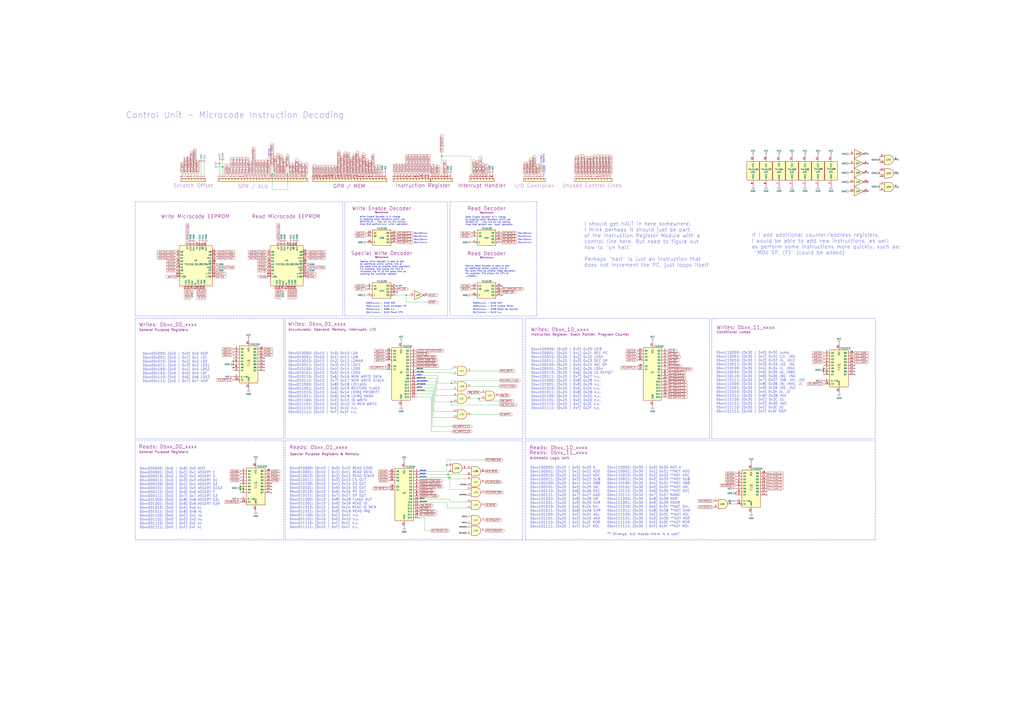
<source format=kicad_sch>
(kicad_sch (version 20211123) (generator eeschema)
  (paper "A1")
  (junction (at 722.376 131.318))
  (junction (at 191.516 302.006))
  (junction (at 197.358 399.796))
  (junction (at 191.516 296.926))
  (junction (at 197.358 402.336))
  (junction (at 370.84 314.96))
  (junction (at 369.316 392.43))
  (junction (at 362.712 128.27))
  (junction (at 236.22 143.002))
  (junction (at 722.376 153.416))
  (junction (at 367.03 382.27))
  (junction (at 191.516 299.466))
  (junction (at 676.402 304.038))
  (junction (at 223.52 143.002))
  (junction (at 333.756 242.57))
  (junction (at 368.046 389.89))
  (junction (at 393.446 327.66))
  (junction (at 197.358 401.066))
  (junction (at 676.402 302.768))
  (junction (at 182.88 137.16))
  (junction (at 676.402 305.308))
  (junction (at 722.376 142.24))
  (junction (at 370.586 330.2))
  (junction (at 604.266 405.384))
  (junction (at 180.34 134.366))
  (no_connect (at 216.916 304.546))
  (no_connect (at 737.616 142.494))
  (no_connect (at 216.916 299.466))
  (no_connect (at 216.916 302.006))
  (no_connect (at 712.978 141.986))
  (no_connect (at 701.802 307.848))
  (no_connect (at 712.978 126.492))
  (no_connect (at 446.532 143.002))
  (no_connect (at 712.978 157.226))
  (no_connect (at 222.758 402.336))
  (no_connect (at 712.978 134.366))
  (no_connect (at 326.136 234.95))
  (no_connect (at 737.616 153.67))
  (no_connect (at 222.758 404.876))
  (no_connect (at 629.666 404.114))
  (no_connect (at 701.802 300.228))
  (no_connect (at 222.758 397.256))
  (no_connect (at 216.916 294.386))
  (no_connect (at 629.666 406.654))
  (no_connect (at 701.802 302.768))
  (no_connect (at 412.242 234.95))
  (no_connect (at 701.802 305.308))
  (no_connect (at 412.242 242.57))
  (no_connect (at 326.136 240.03))
  (no_connect (at 712.978 149.606))
  (no_connect (at 222.758 399.796))
  (no_connect (at 737.616 131.318))
  (no_connect (at 216.916 296.926))
  (polyline (pts (xy 111.252 165.862) (xy 111.252 259.842)))
  (wire (pts (xy 371.856 320.04) (xy 358.648 320.04)))
  (polyline (pts (xy 281.432 165.862) (xy 281.432 259.842)))
  (polyline (pts (xy 431.292 443.738) (xy 718.82 443.738)))
  (polyline (pts (xy 440.944 259.842) (xy 369.57 259.842)))
  (wire (pts (xy 223.52 137.16) (xy 223.52 143.002)))
  (wire (pts (xy 369.316 412.496) (xy 383.286 412.496)))
  (wire (pts (xy 344.678 387.35) (xy 367.03 387.35)))
  (wire (pts (xy 354.076 326.39) (xy 354.076 354.584)))
  (wire (pts (xy 355.6 321.31) (xy 355.6 343.154)))
  (polyline (pts (xy 431.292 360.68) (xy 582.676 360.68)))
  (wire (pts (xy 370.84 302.26) (xy 371.856 302.26)))
  (wire (pts (xy 369.316 410.21) (xy 369.316 412.496)))
  (wire (pts (xy 410.21 312.674) (xy 370.84 312.674)))
  (polyline (pts (xy 718.82 443.738) (xy 718.82 362.204)))
  (wire (pts (xy 319.278 400.05) (xy 319.278 402.59)))
  (wire (pts (xy 179.07 134.366) (xy 180.34 134.366)))
  (wire (pts (xy 722.376 128.778) (xy 722.376 131.318)))
  (polyline (pts (xy 431.292 261.874) (xy 582.676 261.874)))
  (wire (pts (xy 362.712 128.27) (xy 386.842 128.27)))
  (polyline (pts (xy 111.252 261.874) (xy 111.252 360.68)))
  (wire (pts (xy 191.516 296.926) (xy 191.516 299.466)))
  (wire (pts (xy 604.266 404.114) (xy 604.266 405.384)))
  (polyline (pts (xy 283.21 165.862) (xy 283.21 259.842)))
  (wire (pts (xy 191.516 302.006) (xy 191.516 304.546)))
  (wire (pts (xy 354.076 354.584) (xy 371.856 354.584)))
  (wire (pts (xy 371.856 330.2) (xy 370.586 330.2)))
  (wire (pts (xy 523.24 300.99) (xy 523.24 303.53)))
  (wire (pts (xy 342.138 326.39) (xy 354.076 326.39)))
  (wire (pts (xy 676.402 305.308) (xy 676.402 307.848)))
  (wire (pts (xy 182.88 137.16) (xy 182.88 143.002)))
  (polyline (pts (xy 367.538 259.842) (xy 283.21 259.842)))
  (wire (pts (xy 362.712 124.968) (xy 362.712 128.27)))
  (wire (pts (xy 722.376 139.954) (xy 722.376 142.24)))
  (wire (pts (xy 386.842 128.27) (xy 386.842 143.002)))
  (wire (pts (xy 342.138 303.53) (xy 370.84 303.53)))
  (wire (pts (xy 367.03 377.952) (xy 398.526 377.952)))
  (wire (pts (xy 370.84 312.674) (xy 370.84 314.96)))
  (wire (pts (xy 342.138 323.85) (xy 354.838 323.85)))
  (wire (pts (xy 410.21 304.8) (xy 387.096 304.8)))
  (wire (pts (xy 368.046 389.89) (xy 368.046 387.35)))
  (wire (pts (xy 191.516 294.386) (xy 191.516 296.926)))
  (wire (pts (xy 369.316 392.43) (xy 369.316 402.082)))
  (wire (pts (xy 197.358 399.796) (xy 197.358 401.066)))
  (polyline (pts (xy 367.538 165.862) (xy 367.538 259.842)))
  (wire (pts (xy 358.648 320.04) (xy 358.648 311.15)))
  (wire (pts (xy 348.996 425.45) (xy 344.678 425.45)))
  (polyline (pts (xy 234.442 362.204) (xy 234.442 443.738)))
  (wire (pts (xy 722.376 131.318) (xy 722.376 133.858)))
  (polyline (pts (xy 111.252 443.738) (xy 232.918 443.738)))
  (wire (pts (xy 357.124 316.23) (xy 342.138 316.23)))
  (wire (pts (xy 383.286 393.7) (xy 368.046 393.7)))
  (wire (pts (xy 191.516 299.466) (xy 191.516 302.006)))
  (wire (pts (xy 342.138 318.77) (xy 356.362 318.77)))
  (wire (pts (xy 676.402 304.038) (xy 676.402 305.308)))
  (wire (pts (xy 722.376 151.13) (xy 722.376 153.416)))
  (wire (pts (xy 370.84 307.34) (xy 371.856 307.34)))
  (wire (pts (xy 236.22 137.16) (xy 236.22 143.002)))
  (wire (pts (xy 356.362 338.074) (xy 371.856 338.074)))
  (wire (pts (xy 370.84 314.96) (xy 371.856 314.96)))
  (wire (pts (xy 357.886 313.69) (xy 357.886 325.12)))
  (polyline (pts (xy 111.252 360.68) (xy 232.918 360.68)))
  (polyline (pts (xy 718.82 360.68) (xy 718.82 261.874)))
  (wire (pts (xy 348.996 436.118) (xy 348.996 425.45)))
  (wire (pts (xy 354.838 350.52) (xy 371.856 350.52)))
  (wire (pts (xy 601.218 414.274) (xy 604.266 414.274)))
  (polyline (pts (xy 283.21 165.862) (xy 367.538 165.862)))
  (wire (pts (xy 410.21 329.692) (xy 393.446 329.692)))
  (wire (pts (xy 342.138 308.61) (xy 359.41 308.61)))
  (polyline (pts (xy 234.442 362.204) (xy 429.26 362.204)))
  (wire (pts (xy 344.678 410.21) (xy 369.316 410.21)))
  (wire (pts (xy 326.136 242.57) (xy 333.756 242.57)))
  (wire (pts (xy 393.446 327.66) (xy 394.97 327.66)))
  (wire (pts (xy 387.096 327.66) (xy 393.446 327.66)))
  (polyline (pts (xy 204.216 362.204) (xy 111.252 362.204)))
  (polyline (pts (xy 232.918 360.68) (xy 232.918 261.874)))
  (wire (pts (xy 676.402 302.768) (xy 676.402 304.038)))
  (polyline (pts (xy 429.26 261.874) (xy 429.26 360.68)))
  (wire (pts (xy 351.79 248.412) (xy 333.756 248.412)))
  (wire (pts (xy 369.316 392.43) (xy 344.678 392.43)))
  (wire (pts (xy 367.284 417.576) (xy 367.284 412.75)))
  (polyline (pts (xy 203.962 362.204) (xy 232.918 362.204)))
  (wire (pts (xy 354.076 436.118) (xy 348.996 436.118)))
  (wire (pts (xy 370.586 332.74) (xy 410.21 332.74)))
  (wire (pts (xy 367.03 382.27) (xy 367.03 377.952)))
  (wire (pts (xy 333.756 248.412) (xy 333.756 242.57)))
  (polyline (pts (xy 584.454 360.68) (xy 718.82 360.68)))
  (polyline (pts (xy 440.944 165.862) (xy 440.944 259.842)))
  (wire (pts (xy 342.138 321.31) (xy 355.6 321.31)))
  (wire (pts (xy 197.358 402.336) (xy 197.358 404.876)))
  (wire (pts (xy 367.284 412.75) (xy 344.678 412.75)))
  (wire (pts (xy 354.838 323.85) (xy 354.838 350.52)))
  (wire (pts (xy 333.756 242.57) (xy 336.55 242.57)))
  (polyline (pts (xy 582.676 360.68) (xy 582.676 261.874)))
  (polyline (pts (xy 429.26 362.204) (xy 429.26 443.738)))
  (wire (pts (xy 182.88 132.588) (xy 182.88 137.16)))
  (polyline (pts (xy 429.26 360.68) (xy 234.442 360.68)))
  (wire (pts (xy 410.21 340.614) (xy 387.096 340.614)))
  (polyline (pts (xy 369.57 165.862) (xy 440.944 165.862)))
  (wire (pts (xy 344.678 389.89) (xy 368.046 389.89)))
  (polyline (pts (xy 204.216 261.874) (xy 111.252 261.874)))
  (polyline (pts (xy 431.292 362.204) (xy 431.292 443.738)))
  (wire (pts (xy 393.446 329.692) (xy 393.446 327.66)))
  (wire (pts (xy 367.03 382.27) (xy 368.046 382.27)))
  (wire (pts (xy 180.34 132.588) (xy 180.34 134.366)))
  (wire (pts (xy 383.286 402.082) (xy 369.316 402.082)))
  (polyline (pts (xy 232.918 443.738) (xy 232.918 362.204)))
  (polyline (pts (xy 203.962 261.874) (xy 232.918 261.874)))
  (wire (pts (xy 362.712 128.27) (xy 362.712 143.002)))
  (wire (pts (xy 722.376 153.416) (xy 722.376 156.21)))
  (wire (pts (xy 342.138 313.69) (xy 357.886 313.69)))
  (wire (pts (xy 197.358 397.256) (xy 197.358 399.796)))
  (wire (pts (xy 359.41 308.61) (xy 359.41 314.96)))
  (wire (pts (xy 167.64 133.858) (xy 167.64 143.002)))
  (wire (pts (xy 357.124 330.2) (xy 357.124 316.23)))
  (polyline (pts (xy 431.292 261.874) (xy 431.292 360.68)))
  (wire (pts (xy 356.362 318.77) (xy 356.362 338.074)))
  (polyline (pts (xy 584.454 261.874) (xy 718.82 261.874)))
  (polyline (pts (xy 429.26 443.738) (xy 234.442 443.738)))
  (wire (pts (xy 223.52 143.002) (xy 223.52 155.702)))
  (wire (pts (xy 367.03 387.35) (xy 367.03 382.27)))
  (wire (pts (xy 676.402 300.228) (xy 676.402 302.768)))
  (wire (pts (xy 369.316 389.89) (xy 369.316 392.43)))
  (polyline (pts (xy 584.454 261.874) (xy 584.454 360.68)))
  (wire (pts (xy 316.738 300.99) (xy 316.738 303.53)))
  (wire (pts (xy 223.52 155.702) (xy 236.22 155.702)))
  (wire (pts (xy 604.266 405.384) (xy 604.266 406.654)))
  (wire (pts (xy 357.886 325.12) (xy 371.856 325.12)))
  (wire (pts (xy 197.358 401.066) (xy 197.358 402.336)))
  (polyline (pts (xy 369.57 165.862) (xy 369.57 259.842)))
  (polyline (pts (xy 111.252 362.204) (xy 111.252 443.738)))
  (wire (pts (xy 383.286 389.89) (xy 369.316 389.89)))
  (wire (pts (xy 358.648 311.15) (xy 342.138 311.15)))
  (wire (pts (xy 410.21 317.5) (xy 387.096 317.5)))
  (wire (pts (xy 342.138 306.07) (xy 370.84 306.07)))
  (polyline (pts (xy 111.252 259.842) (xy 281.432 259.842)))
  (wire (pts (xy 722.376 142.24) (xy 722.376 145.034)))
  (wire (pts (xy 371.856 343.154) (xy 355.6 343.154)))
  (polyline (pts (xy 281.432 165.862) (xy 111.252 165.862)))
  (wire (pts (xy 370.84 303.53) (xy 370.84 302.26)))
  (wire (pts (xy 370.84 306.07) (xy 370.84 307.34)))
  (wire (pts (xy 370.586 330.2) (xy 357.124 330.2)))
  (polyline (pts (xy 234.442 261.874) (xy 234.442 360.68)))
  (wire (pts (xy 165.1 133.858) (xy 165.1 143.002)))
  (wire (pts (xy 370.586 330.2) (xy 370.586 332.74)))
  (wire (pts (xy 368.046 393.7) (xy 368.046 389.89)))
  (polyline (pts (xy 431.292 362.204) (xy 718.82 362.204)))
  (wire (pts (xy 359.41 314.96) (xy 370.84 314.96)))
  (polyline (pts (xy 234.442 261.874) (xy 429.26 261.874)))
  (wire (pts (xy 236.22 143.002) (xy 236.22 155.702)))
  (wire (pts (xy 180.34 134.366) (xy 180.34 143.002)))
  (wire (pts (xy 179.07 137.16) (xy 182.88 137.16)))
  (wire (pts (xy 383.286 417.576) (xy 367.284 417.576)))
  (text "0bxx11xxxx" (at 339.852 200.152 0) (effects (font (size 1.27 1.27)) (justify left bottom)))
  (text "~{WRITE_IRQ_MASK}" (at 342.138 316.23 0) (effects (font (size 0.6 0.6)) (justify left bottom)))
  (text "~{WRITE_IRQ_PRIORITY}" (at 342.138 313.69 0) (effects (font (size 0.6 0.6)) (justify left bottom)))
  (text "0bxx11xxxx" (at 425.45 200.152 0) (effects (font (size 1.27 1.27)) (justify left bottom)))
  (text "~{READ_CODE}" (at 344.678 387.35 0) (effects (font (size 0.6 0.6)) (justify left bottom)))
  (text "0bxx10xxxx" (at 339.852 197.612 0) (effects (font (size 1.27 1.27)) (justify left bottom)))
  (text "I should get HALT in here somewhere.\nI think perhaps it should just be part\nof the Instruction Register Module with a \ncontrol line here. But need to figure out\nhow to \"un halt\"\n\nPerhaps \"halt\" is just an instruction that\ndoes not increment the PC, just loops itself" (at 479.806 219.71 0) (effects (font (size 3 3)) (justify left bottom)))
  (text "0bxx110000: (0x30 | 0x0) 0x30 Jump\n0bxx110001: (0x30 | 0x1) 0x31 JLE, JNG\n0bxx110010: (0x30 | 0x2) 0x32 JG, JNLE\n0bxx110011: (0x30 | 0x3) 0x33 JGE, JNL\n0bxx110100: (0x30 | 0x4) 0x34 JL, JNGE\n0bxx110101: (0x30 | 0x5) 0x35 JA, JNBE\n0bxx110110: (0x30 | 0x6) 0x36 JBE, JNA\n0bxx110111: (0x30 | 0x7) 0x37 JNB, JAE, JNC\n0bxx111000: (0x30 | 0x8) 0x38 JB, JNAE, JC\n0bxx111001: (0x30 | 0x9) 0x39 JNE, JNZ\n0bxx111010: (0x30 | 0xA) 0x3A JE, JZ\n0bxx111011: (0x30 | 0xB) 0x3B JNS\n0bxx111100: (0x30 | 0xC) 0x3C JS\n0bxx111101: (0x30 | 0xD) 0x3D JNO\n0bxx111110: (0x30 | 0xE) 0x3E JO\n0bxx111111: (0x30 | 0xF) 0x3F NOP" (at 588.264 339.344 0) (effects (font (size 2 2)) (justify left bottom)))
  (text "0b00xxxxxx - 0x00 NOP" (at 300.736 249.936 0) (effects (font (size 1.27 1.27)) (justify left bottom)))
  (text "~{READ_DATA}" (at 344.678 389.89 0) (effects (font (size 0.6 0.6)) (justify left bottom)))
  (text "0bxx10xxxx" (at 425.45 197.612 0) (effects (font (size 1.27 1.27)) (justify left bottom)))
  (text "0bxx01xxxx" (at 425.45 195.072 0) (effects (font (size 1.27 1.27)) (justify left bottom)))
  (text "0bxx110000: (0x30 | 0x0) 0x30 NOT A\n0bxx110001: (0x30 | 0x1) 0x31 **NOT ADD\n0bxx110010: (0x30 | 0x2) 0x32 **NOT ADC\n0bxx110011: (0x30 | 0x3) 0x33 **NOT SUB\n0bxx110100: (0x30 | 0x4) 0x34 **NOT SBB\n0bxx110101: (0x30 | 0x5) 0x35 **NOT INC\n0bxx110110: (0x30 | 0x6) 0x36 **NOT DEC\n0bxx110111: (0x30 | 0x7) 0x37 NAND\n0bxx111000: (0x30 | 0x8) 0x38 NOR\n0bxx111001: (0x30 | 0x9) 0x39 XNOR\n0bxx111010: (0x30 | 0xA) 0x3A **NOT SHL\n0bxx111011: (0x30 | 0xB) 0x3B **NOT SHR\n0bxx111100: (0x30 | 0xC) 0x3C **NOT ASL\n0bxx111101: (0x30 | 0xD) 0x3D **NOT ASR\n0bxx111110: (0x30 | 0xE) 0x3E **NOT ROR\n0bxx111111: (0x30 | 0xF) 0x3F **NOT ROL\n\n** Strange, but maybe there is a use?" (at 498.602 440.182 0) (effects (font (size 2 2)) (justify left bottom)))
  (text "0bxx010000: (0x10 | 0x0) 0x10 READ CODE\n0bxx010001: (0x10 | 0x1) 0x11 READ DATA\n0bxx010010: (0x10 | 0x2) 0x12 READ STACK\n0bxx010011: (0x10 | 0x3) 0x13 CS OUT\n0bxx010100: (0x10 | 0x4) 0x14 DS OUT\n0bxx010101: (0x10 | 0x5) 0x15 SS OUT\n0bxx010110: (0x10 | 0x6) 0x16 PC OUT\n0bxx010111: (0x10 | 0x7) 0x17 SP OUT\n0bxx011000: (0x10 | 0x8) 0x18 FLAGS OUT\n0bxx011001: (0x10 | 0x9) 0x19 READ IO\n0bxx011010: (0x10 | 0xA) 0x1A READ IO MEM\n0bxx011011: (0x10 | 0xB) 0x1B READ IRQ\n0bxx011100: (0x10 | 0xC) 0x1C n.c.\n0bxx011101: (0x10 | 0xD) 0x1D n.c.\n0bxx011110: (0x10 | 0xE) 0x1E n.c.\n0bxx011111: (0x10 | 0xF) 0x1F n.c." (at 237.744 434.34 0) (effects (font (size 2 2)) (justify left bottom)))
  (text "0b01xxxxxx - 0x40 Increment PC" (at 300.736 252.476 0) (effects (font (size 1.27 1.27)) (justify left bottom)))
  (text "~{RESTORE_FLAGS}" (at 342.138 311.15 0) (effects (font (size 0.6 0.6)) (justify left bottom)))
  (text "0b10xxxxxx - 0x80 Reset Op Counter" (at 388.366 255.016 0) (effects (font (size 1.27 1.27)) (justify left bottom)))
  (text "Special Read Decoder is able to add\nan additional active control line at \nthe same time as another Read operation.\nFor example, this allows the CPU to\n....[todo]..." (at 382.016 227.584 0) (effects (font (size 1.27 1.27)) (justify left bottom)))
  (text "Write Enable Decoder is in charge\nof enabling other decoders which use\nWRITE[0..3] - They are all the control\nlines that perform any \"write\" operation" (at 295.402 185.166 0) (effects (font (size 1.27 1.27)) (justify left bottom)))
  (text "CLOCK\nSOURCE" (at 447.294 133.858 90) (effects (font (size 1.27 1.27)) (justify left bottom)))
  (text "Read Enable Decoder is in charge\nof enabling other decoders which use\nREAD[0..3] - They are all the control\nlines that perform any \"read\" operation" (at 382.27 185.42 0) (effects (font (size 1.27 1.27)) (justify left bottom)))
  (text "0b11xxxxxx - 0xC0 n.c." (at 388.366 257.556 0) (effects (font (size 1.27 1.27)) (justify left bottom)))
  (text "0bxx00xxxx" (at 425.45 192.532 0) (effects (font (size 1.27 1.27)) (justify left bottom)))
  (text "0bxx00x000: (0x0 | 0x0) 0x0 NOP\n0bxx00x001: (0x0 | 0x1) 0x1 LDC\n0bxx00x010: (0x0 | 0x2) 0x2 LDD\n0bxx00x011: (0x0 | 0x3) 0x3 LDS1\n0bxx00x100: (0x0 | 0x4) 0x4 LDS2\n0bxx00x101: (0x0 | 0x5) 0x5 LDF\n0bxx00x110: (0x0 | 0x6) 0x6 LDS3\n0bxx00x111: (0x0 | 0x7) 0x7 NOP" (at 117.094 314.452 0) (effects (font (size 2 2)) (justify left bottom)))
  (text "NOP" (at 327.406 235.458 0) (effects (font (size 0.8 0.8)) (justify left bottom)))
  (text "Special Write Decoder is able to add\nan additional active control line at \nthe same time as another Write operation.\nFor example, this allows the CPU to\nIncrement the PC at the same time as\nlatching the instrution register." (at 295.656 226.06 0) (effects (font (size 1.27 1.27)) (justify left bottom)))
  (text "0b00xxxxxx - 0x00 NOP" (at 388.366 249.936 0) (effects (font (size 1.27 1.27)) (justify left bottom)))
  (text "~{READ_STACK}" (at 344.678 392.43 0) (effects (font (size 0.6 0.6)) (justify left bottom)))
  (text "0bxx010000: (0x10 | 0x0) 0x10 LDA\n0bxx010001: (0x10 | 0x1) 0x11 LDB\n0bxx010010: (0x10 | 0x2) 0x12 LDMAR\n0bxx010011: (0x10 | 0x3) 0x13 LDCS\n0bxx010100: (0x10 | 0x4) 0x14 LDDS\n0bxx010101: (0x10 | 0x5) 0x15 LDSS\n0bxx010110: (0x10 | 0x6) 0x16 MEM WRITE DATA\n0bxx010111: (0x10 | 0x7) 0x17 MEM WRITE STACK\n0bxx011000: (0x10 | 0x8) 0x18 LDFLAGS\n0bxx011001: (0x10 | 0x9) 0x19 RESTORE FLAGS\n0bxx011010: (0x10 | 0xA) 0x1A LDIRQ PRIORITY\n0bxx011011: (0x10 | 0xB) 0x1B LDIRQ MASK\n0bxx011100: (0x10 | 0xC) 0x1C IO WRITE\n0bxx011101: (0x10 | 0xD) 0x1D IO MEM WRITE\n0bxx011110: (0x10 | 0xE) 0x1E n.c.\n0bxx011111: (0x10 | 0xF) 0x1F n.c." (at 236.728 339.852 0) (effects (font (size 2 2)) (justify left bottom)))
  (text "0b10xxxxxx - 0x80 n.c." (at 300.736 255.016 0) (effects (font (size 1.27 1.27)) (justify left bottom)))
  (text "0bxx00xxxx" (at 339.852 192.532 0) (effects (font (size 1.27 1.27)) (justify left bottom)))
  (text "0b01xxxxxx - 0x40 Enable Offset" (at 388.366 252.476 0) (effects (font (size 1.27 1.27)) (justify left bottom)))
  (text "Control Unit - Microcode Instruction Decoding" (at 103.378 97.536 0) (effects (font (size 5 5)) (justify left bottom)))
  (text "0bxx100000: (0x20 | 0x0) 0x20 A\n0bxx100001: (0x20 | 0x1) 0x21 ADD\n0bxx100010: (0x20 | 0x2) 0x22 ADC\n0bxx100011: (0x20 | 0x3) 0x23 SUB\n0bxx100100: (0x20 | 0x4) 0x24 SBB\n0bxx100101: (0x20 | 0x5) 0x25 INC\n0bxx100110: (0x20 | 0x6) 0x26 DEC\n0bxx100111: (0x20 | 0x7) 0x27 AND\n0bxx101000: (0x20 | 0x8) 0x28 OR\n0bxx101001: (0x20 | 0x9) 0x29 XOR\n0bxx101010: (0x20 | 0xA) 0x2A SHL\n0bxx101011: (0x20 | 0xB) 0x2B SHR\n0bxx101100: (0x20 | 0xC) 0x2C ASL\n0bxx101101: (0x20 | 0xD) 0x2D ASR\n0bxx101110: (0x20 | 0xE) 0x2E ROR\n0bxx101111: (0x20 | 0xF) 0x2F ROL" (at 435.356 433.832 0) (effects (font (size 2 2)) (justify left bottom)))
  (text "0b11xxxxxx - 0xC0 Reset CPU" (at 300.736 257.556 0) (effects (font (size 1.27 1.27)) (justify left bottom)))
  (text "~{CLOCK}" (at 447.802 141.986 90) (effects (font (size 1.27 1.27)) (justify left bottom)))
  (text "0bxx01xxxx" (at 339.852 195.072 0) (effects (font (size 1.27 1.27)) (justify left bottom)))
  (text "0bxx000000: (0x0 | 0x0) 0x0 NOP\n0bxx000001: (0x0 | 0x1) 0x1 ASSERT C\n0bxx000010: (0x0 | 0x2) 0x2 ASSERT D\n0bxx000011: (0x0 | 0x3) 0x3 ASSERT S1\n0bxx000100: (0x0 | 0x4) 0x4 ASSERT S2\n0bxx000101: (0x0 | 0x5) 0x5 ASSERT S1S2\n0bxx000110: (0x0 | 0x6) 0x6 ASSERT F\n0bxx000111: (0x0 | 0x7) 0x7 ASSERT S3\n0bxx001000: (0x0 | 0x8) 0x8 ASSERT S3L\n0bxx001001: (0x0 | 0x9) 0x9 ASSERT S3H\n0bxx001010: (0x0 | 0xA) 0xA nc\n0bxx001011: (0x0 | 0xB) 0xB nc\n0bxx001100: (0x0 | 0xC) 0xC nc\n0bxx001101: (0x0 | 0xD) 0xD nc\n0bxx001110: (0x0 | 0xE) 0xE nc\n0bxx001111: (0x0 | 0xF) 0xF nc" (at 114.554 434.594 0) (effects (font (size 2 2)) (justify left bottom)))
  (text "If I add additional counter/address registers, \nI would be able to add new instructions, as well \nas perform some instructions more quickly, such as:\n \"MOV SP, (F)\" (could be added)" (at 617.22 209.55 0) (effects (font (size 3 3)) (justify left bottom)))
  (text "0bxx100000: (0x20 | 0x0) 0x20 LDIR\n0bxx100001: (0x20 | 0x1) 0x21 DEC PC\n0bxx100010: (0x20 | 0x2) 0x22 LDSP\n0bxx100011: (0x20 | 0x3) 0x23 DEC SP\n0bxx100100: (0x20 | 0x4) 0x24 INC SP\n0bxx100101: (0x20 | 0x5) 0x25 LDS4\n0bxx100110: (0x20 | 0x6) 0x26 LD OFFSET\n0bxx100111: (0x20 | 0x7) 0x27 n.c.\n0bxx101000: (0x20 | 0x8) 0x28 n.c.\n0bxx101001: (0x20 | 0x9) 0x29 n.c.\n0bxx101010: (0x20 | 0xA) 0x2A n.c.\n0bxx101011: (0x20 | 0xB) 0x2B n.c.\n0bxx101100: (0x20 | 0xC) 0x2C n.c.\n0bxx101101: (0x20 | 0xD) 0x2D n.c.\n0bxx101110: (0x20 | 0xE) 0x2E n.c.\n0bxx101111: (0x20 | 0xF) 0x2F n.c." (at 436.118 336.55 0) (effects (font (size 2 2)) (justify left bottom)))
  (text "~{FLAGS_IN}" (at 342.138 308.61 0) (effects (font (size 0.6 0.6)) (justify left bottom)))
  (text "~{JCC_EN}" (at 222.25 129.286 90) (effects (font (size 1.27 1.27)) (justify left bottom)))
  (label "~{WRITE_IO_MEM}" (at 342.392 321.31 0) (effects (font (size 0.6 0.6))))
  (label "~{WRITE_IO_MEM}" (at 383.286 438.658 180) (effects (font (size 0.6 0.6))))
  (label "~{READ_IO}" (at 344.678 410.21 0) (effects (font (size 0.6 0.6))))
  (label "~{WRITE_IO}" (at 342.392 318.77 0) (effects (font (size 0.6 0.6))))
  (label "~{WRITE_IO}" (at 383.286 430.022 180) (effects (font (size 0.6 0.6))))
  (label "~{WRITE_STACK}" (at 383.286 407.162 180) (effects (font (size 0.6 0.6))))
  (label "~{READ_IO_MEM}" (at 344.678 412.75 0) (effects (font (size 0.6 0.6))))
  (label "~{READ_IO}" (at 383.286 424.942 180) (effects (font (size 0.6 0.6))))
  (label "~{WRITE_DATA}" (at 342.138 303.53 0) (effects (font (size 0.6 0.6))))
  (label "~{WRITE_STACK}" (at 342.138 306.07 0) (effects (font (size 0.6 0.6))))
  (label "~{WRITE_DATA}" (at 383.286 398.78 180) (effects (font (size 0.6 0.6))))
  (label "~{READ_IO_MEM}" (at 383.286 433.578 180) (effects (font (size 0.6 0.6))))
  (global_label "~{EN_WRITE_3}" (shape output) (at 220.98 143.002 90) (property "Intersheet References" "${INTERSHEET_REFS}" (effects hide)))
  (global_label "WRITE0" (shape input) (at 316.738 288.29 180) (property "Intersheet References" "${INTERSHEET_REFS}" (effects hide)))
  (global_label "~{EN_WRITE_0}" (shape output) (at 326.136 191.516 0) (property "Intersheet References" "${INTERSHEET_REFS}" (effects hide)))
  (global_label "~{S4_OUT}" (shape output) (at 344.678 417.83 0) (property "Intersheet References" "${INTERSHEET_REFS}" (effects hide)))
  (global_label "READ0" (shape input) (at 197.358 387.096 180) (property "Intersheet References" "${INTERSHEET_REFS}" (effects hide)))
  (global_label "READ2" (shape output) (at 229.87 237.49 270) (property "Intersheet References" "${INTERSHEET_REFS}" (effects hide)))
  (global_label "STEP3" (shape input) (at 219.71 214.63 180) (property "Intersheet References" "${INTERSHEET_REFS}" (effects hide)))
  (global_label "~{RESET}" (shape output) (at 441.452 143.002 90) (property "Intersheet References" "${INTERSHEET_REFS}" (effects hide)))
  (global_label "ALU_FUNC_2" (shape output) (at 198.12 143.002 90) (property "Intersheet References" "${INTERSHEET_REFS}" (effects hide)))
  (global_label "~{EN_READ_0}" (shape input) (at 197.358 412.496 180) (property "Intersheet References" "${INTERSHEET_REFS}" (effects hide)))
  (global_label "INSTRUCTION6" (shape input) (at 251.46 219.71 0) (property "Intersheet References" "${INTERSHEET_REFS}" (effects hide)))
  (global_label "READ1" (shape input) (at 319.278 389.89 180) (property "Intersheet References" "${INTERSHEET_REFS}" (effects hide)))
  (global_label "~{S4_MSB_OUT}" (shape input) (at 154.94 143.002 90) (property "Intersheet References" "${INTERSHEET_REFS}" (effects hide)))
  (global_label "CLOCK" (shape output) (at 185.42 143.002 90) (property "Intersheet References" "${INTERSHEET_REFS}" (effects hide)))
  (global_label "WRITE3" (shape output) (at 162.814 237.49 270) (property "Intersheet References" "${INTERSHEET_REFS}" (effects hide)))
  (global_label "~{NC_WRITE2_15}" (shape output) (at 548.64 326.39 0) (property "Intersheet References" "${INTERSHEET_REFS}" (effects hide)))
  (global_label "~{LATCH_B}" (shape output) (at 342.138 290.83 0) (property "Intersheet References" "${INTERSHEET_REFS}" (effects hide)))
  (global_label "~{S4_MSB_OUT}" (shape output) (at 344.678 422.91 0) (property "Intersheet References" "${INTERSHEET_REFS}" (effects hide)))
  (global_label "WRITE4" (shape output) (at 165.354 237.49 270) (property "Intersheet References" "${INTERSHEET_REFS}" (effects hide)))
  (global_label "WRITE7" (shape input) (at 300.736 237.49 180) (property "Intersheet References" "${INTERSHEET_REFS}" (effects hide)))
  (global_label "~{PC_LOAD}" (shape output) (at 236.22 137.16 90) (property "Intersheet References" "${INTERSHEET_REFS}" (effects hide)))
  (global_label "~{S4_LSB_OUT}" (shape input) (at 152.4 143.002 90) (property "Intersheet References" "${INTERSHEET_REFS}" (effects hide)))
  (global_label "~{ASSERT_CODE_SEG}" (shape output) (at 293.624 143.002 90) (effects (font (size 1.2 1.2))) (property "Intersheet References" "${INTERSHEET_REFS}" (effects hide)))
  (global_label "READ2" (shape input) (at 319.278 392.43 180) (property "Intersheet References" "${INTERSHEET_REFS}" (effects hide)))
  (global_label "INSTRUCTION4" (shape input) (at 176.784 207.01 0) (property "Intersheet References" "${INTERSHEET_REFS}" (effects hide)))
  (global_label "INSTRUCTION5" (shape input) (at 176.784 209.55 0) (property "Intersheet References" "${INTERSHEET_REFS}" (effects hide)))
  (global_label "~{ASSERT_STACK_SEG}" (shape output) (at 278.384 143.002 90) (effects (font (size 1.2 1.2))) (property "Intersheet References" "${INTERSHEET_REFS}" (effects hide)))
  (global_label "~{EN_READ_3}" (shape output) (at 412.242 199.136 0) (property "Intersheet References" "${INTERSHEET_REFS}" (effects hide)))
  (global_label "~{LD_IR}" (shape output) (at 360.172 143.002 90) (property "Intersheet References" "${INTERSHEET_REFS}" (effects hide)))
  (global_label "~{EN_READ_1}" (shape output) (at 412.242 194.056 0) (property "Intersheet References" "${INTERSHEET_REFS}" (effects hide)))
  (global_label "WRITE0" (shape input) (at 191.516 286.766 180) (property "Intersheet References" "${INTERSHEET_REFS}" (effects hide)))
  (global_label "WRITE7" (shape output) (at 176.784 224.79 0) (property "Intersheet References" "${INTERSHEET_REFS}" (effects hide)))
  (global_label "~{MEM_LATCH_MAR}" (shape output) (at 342.138 293.37 0) (effects (font (size 1.2 1.2))) (property "Intersheet References" "${INTERSHEET_REFS}" (effects hide)))
  (global_label "WRITE1" (shape input) (at 676.402 292.608 180) (property "Intersheet References" "${INTERSHEET_REFS}" (effects hide)))
  (global_label "WRITE0" (shape input) (at 676.402 290.068 180) (property "Intersheet References" "${INTERSHEET_REFS}" (effects hide)))
  (global_label "GPR1" (shape output) (at 216.916 289.306 0) (property "Intersheet References" "${INTERSHEET_REFS}" (effects hide)))
  (global_label "ALU_FUNC_0" (shape output) (at 629.666 388.874 0) (property "Intersheet References" "${INTERSHEET_REFS}" (effects hide)))
  (global_label "GPR1" (shape output) (at 273.304 143.002 90) (property "Intersheet References" "${INTERSHEET_REFS}" (effects hide)))
  (global_label "~{NC_WRITE2_12}" (shape output) (at 548.64 318.77 0) (property "Intersheet References" "${INTERSHEET_REFS}" (effects hide)))
  (global_label "CLOCK" (shape input) (at 443.992 143.002 90) (property "Intersheet References" "${INTERSHEET_REFS}" (effects hide)))
  (global_label "READ0" (shape input) (at 319.278 387.35 180) (property "Intersheet References" "${INTERSHEET_REFS}" (effects hide)))
  (global_label "WRITE1" (shape input) (at 523.24 290.83 180) (property "Intersheet References" "${INTERSHEET_REFS}" (effects hide)))
  (global_label "~{LATCH_STACK_SEG}" (shape output) (at 283.464 143.002 90) (effects (font (size 1.2 1.2))) (property "Intersheet References" "${INTERSHEET_REFS}" (effects hide)))
  (global_label "READ7" (shape output) (at 251.46 224.79 0) (property "Intersheet References" "${INTERSHEET_REFS}" (effects hide)))
  (global_label "~{IRQ_READ}" (shape input) (at 394.97 322.58 180) (property "Intersheet References" "${INTERSHEET_REFS}" (effects hide)))
  (global_label "~{LATCH_ACCUMULATOR}" (shape output) (at 342.138 288.29 0) (property "Intersheet References" "${INTERSHEET_REFS}" (effects hide)))
  (global_label "IRQ_REG_SEL" (shape output) (at 410.21 332.74 0) (property "Intersheet References" "${INTERSHEET_REFS}" (effects hide)))
  (global_label "GPR6" (shape output) (at 260.604 143.002 90) (property "Intersheet References" "${INTERSHEET_REFS}" (effects hide)))
  (global_label "~{EN_READ_2}" (shape output) (at 412.242 196.596 0) (property "Intersheet References" "${INTERSHEET_REFS}" (effects hide)))
  (global_label "~{SP_INC}" (shape output) (at 548.64 298.45 0) (property "Intersheet References" "${INTERSHEET_REFS}" (effects hide)))
  (global_label "INSTRUCTION7" (shape input) (at 352.044 143.002 90) (property "Intersheet References" "${INTERSHEET_REFS}" (effects hide)))
  (global_label "STEP2" (shape input) (at 219.71 217.17 180) (property "Intersheet References" "${INTERSHEET_REFS}" (effects hide)))
  (global_label "RESET" (shape output) (at 308.864 143.002 90) (effects (font (size 1.2 1.2))) (property "Intersheet References" "${INTERSHEET_REFS}" (effects hide)))
  (global_label "INSTRUCTION1" (shape input) (at 336.804 143.002 90) (property "Intersheet References" "${INTERSHEET_REFS}" (effects hide)))
  (global_label "~{NC_WRITE2_11}" (shape output) (at 548.64 316.23 0) (property "Intersheet References" "${INTERSHEET_REFS}" (effects hide)))
  (global_label "ALU_FUNC_4" (shape output) (at 193.04 143.002 90) (property "Intersheet References" "${INTERSHEET_REFS}" (effects hide)))
  (global_label "~{IRQ_READ}" (shape output) (at 344.678 415.29 0) (property "Intersheet References" "${INTERSHEET_REFS}" (effects hide)))
  (global_label "~{NC_WRITE2_14}" (shape output) (at 548.64 323.85 0) (property "Intersheet References" "${INTERSHEET_REFS}" (effects hide)))
  (global_label "STEP1" (shape input) (at 219.71 219.71 180) (property "Intersheet References" "${INTERSHEET_REFS}" (effects hide)))
  (global_label "~{IO_REQUEST}" (shape output) (at 436.372 143.002 90) (property "Intersheet References" "${INTERSHEET_REFS}" (effects hide)))
  (global_label "JCC_ADR0" (shape output) (at 210.82 143.002 90) (property "Intersheet References" "${INTERSHEET_REFS}" (effects hide)))
  (global_label "GPR6" (shape output) (at 222.758 394.716 0) (property "Intersheet References" "${INTERSHEET_REFS}" (effects hide)))
  (global_label "~{S4_OUT}" (shape input) (at 149.86 143.002 90) (property "Intersheet References" "${INTERSHEET_REFS}" (effects hide)))
  (global_label "WRITE2" (shape input) (at 523.24 293.37 180) (property "Intersheet References" "${INTERSHEET_REFS}" (effects hide)))
  (global_label "~{NC_WRITE2_9}" (shape output) (at 548.64 311.15 0) (property "Intersheet References" "${INTERSHEET_REFS}" (effects hide)))
  (global_label "INSTRUCTION0" (shape input) (at 334.264 143.002 90) (property "Intersheet References" "${INTERSHEET_REFS}" (effects hide)))
  (global_label "~{IRQ_EN}" (shape output) (at 410.21 325.12 0) (property "Intersheet References" "${INTERSHEET_REFS}" (effects hide)))
  (global_label "ALU_FUNC_3" (shape output) (at 195.58 143.002 90) (property "Intersheet References" "${INTERSHEET_REFS}" (effects hide)))
  (global_label "READ5" (shape input) (at 386.842 191.516 180) (property "Intersheet References" "${INTERSHEET_REFS}" (effects hide)))
  (global_label "STEP0" (shape input) (at 324.104 143.002 90) (property "Intersheet References" "${INTERSHEET_REFS}" (effects hide)))
  (global_label "INSTRUCTION5" (shape input) (at 251.46 209.55 0) (property "Intersheet References" "${INTERSHEET_REFS}" (effects hide)))
  (global_label "READ2" (shape input) (at 197.358 392.176 180) (property "Intersheet References" "${INTERSHEET_REFS}" (effects hide)))
  (global_label "~{NC_WRITE2_7}" (shape output) (at 481.076 143.002 90) (property "Intersheet References" "${INTERSHEET_REFS}" (effects hide)))
  (global_label "~{EN_WRITE_1}" (shape input) (at 316.738 302.26 180) (property "Intersheet References" "${INTERSHEET_REFS}" (effects hide)))
  (global_label "~{IO_READ}" (shape output) (at 431.292 143.002 90) (property "Intersheet References" "${INTERSHEET_REFS}" (effects hide)))
  (global_label "READ0" (shape output) (at 219.71 227.33 180) (property "Intersheet References" "${INTERSHEET_REFS}" (effects hide)))
  (global_label "~{NC_WRITE2_8}" (shape output) (at 483.616 143.002 90) (property "Intersheet References" "${INTERSHEET_REFS}" (effects hide)))
  (global_label "~{SET_DISPLACEMENT}" (shape input) (at 160.02 143.002 90) (property "Intersheet References" "${INTERSHEET_REFS}" (effects hide)))
  (global_label "INSTRUCTION2" (shape input) (at 339.344 143.002 90) (property "Intersheet References" "${INTERSHEET_REFS}" (effects hide)))
  (global_label "~{MEM_READ}" (shape output) (at 303.784 143.002 90) (effects (font (size 1.2 1.2))) (property "Intersheet References" "${INTERSHEET_REFS}" (effects hide)))
  (global_label "JCC_ADR2" (shape output) (at 701.802 295.148 0) (property "Intersheet References" "${INTERSHEET_REFS}" (effects hide)))
  (global_label "~{S4_DISPLACE_EN}" (shape output) (at 412.242 237.49 0) (property "Intersheet References" "${INTERSHEET_REFS}" (effects hide)))
  (global_label "~{NC_READ1_15}" (shape output) (at 354.076 436.118 0) (property "Intersheet References" "${INTERSHEET_REFS}" (effects hide)))
  (global_label "~{IO_WRITE}" (shape output) (at 433.832 143.002 90) (property "Intersheet References" "${INTERSHEET_REFS}" (effects hide)))
  (global_label "GPR3" (shape output) (at 268.224 143.002 90) (property "Intersheet References" "${INTERSHEET_REFS}" (effects hide)))
  (global_label "~{EN_CODE_SEG}" (shape output) (at 398.526 377.952 0) (effects (font (size 1.2 1.2))) (property "Intersheet References" "${INTERSHEET_REFS}" (effects hide)))
  (global_label "READ3" (shape output) (at 237.49 237.49 270) (property "Intersheet References" "${INTERSHEET_REFS}" (effects hide)))
  (global_label "~{EN_WRITE_2}" (shape input) (at 523.24 302.26 180) (property "Intersheet References" "${INTERSHEET_REFS}" (effects hide)))
  (global_label "WRITE2" (shape output) (at 155.194 237.49 270) (property "Intersheet References" "${INTERSHEET_REFS}" (effects hide)))
  (global_label "WRITE5" (shape input) (at 300.736 191.516 180) (property "Intersheet References" "${INTERSHEET_REFS}" (effects hide)))
  (global_label "READ3" (shape input) (at 604.266 396.494 180) (property "Intersheet References" "${INTERSHEET_REFS}" (effects hide)))
  (global_label "~{EN_READ_0}" (shape output) (at 412.242 191.516 0) (property "Intersheet References" "${INTERSHEET_REFS}" (effects hide)))
  (global_label "~{LATCH_FLAGS}" (shape output) (at 226.06 143.002 90) (property "Intersheet References" "${INTERSHEET_REFS}" (effects hide)))
  (global_label "~{EN_READ_3}" (shape input) (at 585.978 416.814 180) (property "Intersheet References" "${INTERSHEET_REFS}" (effects hide)))
  (global_label "STEP0" (shape input) (at 145.034 222.25 180) (property "Intersheet References" "${INTERSHEET_REFS}" (effects hide)))
  (global_label "READ7" (shape input) (at 386.842 237.49 180) (property "Intersheet References" "${INTERSHEET_REFS}" (effects hide)))
  (global_label "~{EN_WRITE_0}" (shape input) (at 191.516 312.166 180) (property "Intersheet References" "${INTERSHEET_REFS}" (effects hide)))
  (global_label "READ4" (shape output) (at 240.03 237.49 270) (property "Intersheet References" "${INTERSHEET_REFS}" (effects hide)))
  (global_label "IRQ_REG_SEL" (shape output) (at 394.462 143.002 90) (property "Intersheet References" "${INTERSHEET_REFS}" (effects hide)))
  (global_label "STEP1" (shape input) (at 145.034 219.71 180) (property "Intersheet References" "${INTERSHEET_REFS}" (effects hide)))
  (global_label "CLOCK" (shape output) (at 399.542 143.002 90) (property "Intersheet References" "${INTERSHEET_REFS}" (effects hide)))
  (global_label "INSTRUCTION6" (shape input) (at 349.504 143.002 90) (property "Intersheet References" "${INTERSHEET_REFS}" (effects hide)))
  (global_label "INSTRUCTION4" (shape input) (at 344.424 143.002 90) (property "Intersheet References" "${INTERSHEET_REFS}" (effects hide)))
  (global_label "~{LATCH_CODE_SEG}" (shape output) (at 342.138 295.91 0) (effects (font (size 1.2 1.2))) (property "Intersheet References" "${INTERSHEET_REFS}" (effects hide)))
  (global_label "WRITE5" (shape output) (at 167.894 237.49 270) (property "Intersheet References" "${INTERSHEET_REFS}" (effects hide)))
  (global_label "~{RESET_OP}" (shape output) (at 365.252 143.002 90) (property "Intersheet References" "${INTERSHEET_REFS}" (effects hide)))
  (global_label "~{NC_WRITE2_7}" (shape output) (at 548.64 306.07 0) (property "Intersheet References" "${INTERSHEET_REFS}" (effects hide)))
  (global_label "STEP2" (shape input) (at 145.034 217.17 180) (property "Intersheet References" "${INTERSHEET_REFS}" (effects hide)))
  (global_label "~{NC_WRITE2_14}" (shape output) (at 498.856 143.002 90) (property "Intersheet References" "${INTERSHEET_REFS}" (effects hide)))
  (global_label "INSTRUCTION0" (shape input) (at 219.71 212.09 180) (property "Intersheet References" "${INTERSHEET_REFS}" (effects hide)))
  (global_label "INSTRUCTION6" (shape input) (at 176.784 219.71 0) (property "Intersheet References" "${INTERSHEET_REFS}" (effects hide)))
  (global_label "~{NC_WRITE2_11}" (shape output) (at 491.236 143.002 90) (property "Intersheet References" "${INTERSHEET_REFS}" (effects hide)))
  (global_label "~{NC_WRITE2_9}" (shape output) (at 486.156 143.002 90) (property "Intersheet References" "${INTERSHEET_REFS}" (effects hide)))
  (global_label "JCC_ADR3" (shape output) (at 218.44 143.002 90) (property "Intersheet References" "${INTERSHEET_REFS}" (effects hide)))
  (global_label "RESTORE_FLAGS" (shape output) (at 410.21 312.674 0) (property "Intersheet References" "${INTERSHEET_REFS}" (effects hide)))
  (global_label "~{ASSERT_PC}" (shape output) (at 233.68 143.002 90) (property "Intersheet References" "${INTERSHEET_REFS}" (effects hide)))
  (global_label "STEP3" (shape input) (at 145.034 214.63 180) (property "Intersheet References" "${INTERSHEET_REFS}" (effects hide)))
  (global_label "INSTRUCTION3" (shape input) (at 341.884 143.002 90) (property "Intersheet References" "${INTERSHEET_REFS}" (effects hide)))
  (global_label "JCC_ADR1" (shape output) (at 213.36 143.002 90) (property "Intersheet References" "${INTERSHEET_REFS}" (effects hide)))
  (global_label "~{EN_WRITE_2}" (shape output) (at 326.136 196.596 0) (property "Intersheet References" "${INTERSHEET_REFS}" (effects hide)))
  (global_label "~{NC_WRITE2_10}" (shape output) (at 488.696 143.002 90) (property "Intersheet References" "${INTERSHEET_REFS}" (effects hide)))
  (global_label "~{ASSERT_FLAGS}" (shape output) (at 231.14 143.002 90) (property "Intersheet References" "${INTERSHEET_REFS}" (effects hide)))
  (global_label "GPR4" (shape output) (at 265.684 143.002 90) (property "Intersheet References" "${INTERSHEET_REFS}" (effects hide)))
  (global_label "WRITE2" (shape input) (at 316.738 293.37 180) (property "Intersheet References" "${INTERSHEET_REFS}" (effects hide)))
  (global_label "ALU_FUNC_5" (shape output) (at 629.666 401.574 0) (property "Intersheet References" "${INTERSHEET_REFS}" (effects hide)))
  (global_label "~{IRQ_WRITE}" (shape output) (at 389.382 143.002 90) (property "Intersheet References" "${INTERSHEET_REFS}" (effects hide)))
  (global_label "~{IO_READ}" (shape output) (at 398.526 415.036 0) (property "Intersheet References" "${INTERSHEET_REFS}" (effects hide)))
  (global_label "~{IRQ_READ}" (shape output) (at 391.922 143.002 90) (property "Intersheet References" "${INTERSHEET_REFS}" (effects hide)))
  (global_label "RESET" (shape output) (at 187.96 143.002 90) (property "Intersheet References" "${INTERSHEET_REFS}" (effects hide)))
  (global_label "~{NC_WRITE1_14}" (shape output) (at 371.856 350.52 0) (property "Intersheet References" "${INTERSHEET_REFS}" (effects hide)))
  (global_label "~{ASSERT_PC}" (shape output) (at 344.678 402.59 0) (property "Intersheet References" "${INTERSHEET_REFS}" (effects hide)))
  (global_label "~{LD_IR}" (shape output) (at 548.64 288.29 0) (property "Intersheet References" "${INTERSHEET_REFS}" (effects hide)))
  (global_label "JCC_ADR0" (shape output) (at 701.802 290.068 0) (property "Intersheet References" "${INTERSHEET_REFS}" (effects hide)))
  (global_label "READ0" (shape input) (at 604.266 388.874 180) (property "Intersheet References" "${INTERSHEET_REFS}" (effects hide)))
  (global_label "JCC_ADR1" (shape output) (at 701.802 292.608 0) (property "Intersheet References" "${INTERSHEET_REFS}" (effects hide)))
  (global_label "INSTRUCTION1" (shape input) (at 219.71 209.55 180) (property "Intersheet References" "${INTERSHEET_REFS}" (effects hide)))
  (global_label "~{IRQ_WRITE}" (shape output) (at 410.21 329.692 0) (property "Intersheet References" "${INTERSHEET_REFS}" (effects hide)))
  (global_label "INSTRUCTION3" (shape input) (at 153.924 199.39 90) (property "Intersheet References" "${INTERSHEET_REFS}" (effects hide)))
  (global_label "~{NC_READ1_15}" (shape output) (at 473.456 143.002 90) (property "Intersheet References" "${INTERSHEET_REFS}" (effects hide)))
  (global_label "~{NC_WRITE2_13}" (shape output) (at 548.64 321.31 0) (property "Intersheet References" "${INTERSHEET_REFS}" (effects hide)))
  (global_label "~{RESET}" (shape output) (at 355.092 143.002 90) (property "Intersheet References" "${INTERSHEET_REFS}" (effects hide)))
  (global_label "~{IO_WRITE}" (shape output) (at 410.21 340.614 0) (property "Intersheet References" "${INTERSHEET_REFS}" (effects hide)))
  (global_label "~{S4_DISPLACE_EN}" (shape input) (at 157.48 143.002 90) (property "Intersheet References" "${INTERSHEET_REFS}" (effects hide)))
  (global_label "~{MEM_REQUEST}" (shape output) (at 438.912 143.002 90) (property "Intersheet References" "${INTERSHEET_REFS}" (effects hide)))
  (global_label "~{EN_READ_1}" (shape input) (at 319.278 401.32 180) (property "Intersheet References" "${INTERSHEET_REFS}" (effects hide)))
  (global_label "WRITE2" (shape input) (at 676.402 295.148 180) (property "Intersheet References" "${INTERSHEET_REFS}" (effects hide)))
  (global_label "~{S4_LSB_OUT}" (shape output) (at 344.678 420.37 0) (property "Intersheet References" "${INTERSHEET_REFS}" (effects hide)))
  (global_label "~{ASSERT_STACK_SEG}" (shape output) (at 344.678 400.05 0) (effects (font (size 1.2 1.2))) (property "Intersheet References" "${INTERSHEET_REFS}" (effects hide)))
  (global_label "~{EN_WRITE_3}" (shape input) (at 676.402 315.468 180) (property "Intersheet References" "${INTERSHEET_REFS}" (effects hide)))
  (global_label "~{LATCH_STACK_SEG}" (shape output) (at 342.138 300.99 0) (effects (font (size 1.2 1.2))) (property "Intersheet References" "${INTERSHEET_REFS}" (effects hide)))
  (global_label "GPR5" (shape output) (at 222.758 392.176 0) (property "Intersheet References" "${INTERSHEET_REFS}" (effects hide)))
  (global_label "~{MEM_LATCH_MAR}" (shape output) (at 306.324 143.002 90) (effects (font (size 1.2 1.2))) (property "Intersheet References" "${INTERSHEET_REFS}" (effects hide)))
  (global_label "GPR4" (shape output) (at 222.758 389.636 0) (property "Intersheet References" "${INTERSHEET_REFS}" (effects hide)))
  (global_label "~{NC_WRITE2_10}" (shape output) (at 548.64 313.69 0) (property "Intersheet References" "${INTERSHEET_REFS}" (effects hide)))
  (global_label "STEP1" (shape input) (at 326.644 143.002 90) (property "Intersheet References" "${INTERSHEET_REFS}" (effects hide)))
  (global_label "~{EN_READ_2}" (shape input) (at 604.266 399.034 180) (property "Intersheet References" "${INTERSHEET_REFS}" (effects hide)))
  (global_label "~{SP_DEC}" (shape output) (at 251.46 143.002 90) (property "Intersheet References" "${INTERSHEET_REFS}" (effects hide)))
  (global_label "~{EN_DATA_SEG}" (shape output) (at 398.526 396.24 0) (effects (font (size 1.2 1.2))) (property "Intersheet References" "${INTERSHEET_REFS}" (effects hide)))
  (global_label "WRITE1" (shape input) (at 191.516 289.306 180) (property "Intersheet References" "${INTERSHEET_REFS}" (effects hide)))
  (global_label "~{ASSERT_DATA_SEG}" (shape output) (at 344.678 397.51 0) (effects (font (size 1.2 1.2))) (property "Intersheet References" "${INTERSHEET_REFS}" (effects hide)))
  (global_label "~{NC_WRITE1_15}" (shape output) (at 478.536 143.002 90) (property "Intersheet References" "${INTERSHEET_REFS}" (effects hide)))
  (global_label "~{LATCH_CODE_SEG}" (shape output) (at 298.704 143.002 90) (effects (font (size 1.2 1.2))) (property "Intersheet References" "${INTERSHEET_REFS}" (effects hide)))
  (global_label "INSTRUCTION2" (shape input) (at 219.71 207.01 180) (property "Intersheet References" "${INTERSHEET_REFS}" (effects hide)))
  (global_label "~{RESET_OP}" (shape output) (at 412.242 240.03 0) (property "Intersheet References" "${INTERSHEET_REFS}" (effects hide)))
  (global_label "~{LATCH_DATA_SEG}" (shape output) (at 342.138 298.45 0) (effects (font (size 1.2 1.2))) (property "Intersheet References" "${INTERSHEET_REFS}" (effects hide)))
  (global_label "READ1" (shape input) (at 197.358 389.636 180) (property "Intersheet References" "${INTERSHEET_REFS}" (effects hide)))
  (global_label "GPR2" (shape output) (at 270.764 143.002 90) (property "Intersheet References" "${INTERSHEET_REFS}" (effects hide)))
  (global_label "~{JCC_LD_PC_COND}" (shape input) (at 223.52 137.16 90) (property "Intersheet References" "${INTERSHEET_REFS}" (effects hide)))
  (global_label "INSTRUCTION3" (shape input) (at 228.6 199.39 90) (property "Intersheet References" "${INTERSHEET_REFS}" (effects hide)))
  (global_label "WRITE2" (shape input) (at 191.516 291.846 180) (property "Intersheet References" "${INTERSHEET_REFS}" (effects hide)))
  (global_label "ALU_FUNC_5" (shape output) (at 190.5 143.002 90) (property "Intersheet References" "${INTERSHEET_REFS}" (effects hide)))
  (global_label "READ6" (shape input) (at 386.842 234.95 180) (property "Intersheet References" "${INTERSHEET_REFS}" (effects hide)))
  (global_label "~{PC_DEC}" (shape output) (at 548.64 290.83 0) (property "Intersheet References" "${INTERSHEET_REFS}" (effects hide)))
  (global_label "~{NC_WRITE2_8}" (shape output) (at 548.64 308.61 0) (property "Intersheet References" "${INTERSHEET_REFS}" (effects hide)))
  (global_label "~{EN_READ_2}" (shape input) (at 585.978 411.734 180) (property "Intersheet References" "${INTERSHEET_REFS}" (effects hide)))
  (global_label "ALU_FUNC_0" (shape output) (at 203.2 143.002 90) (property "Intersheet References" "${INTERSHEET_REFS}" (effects hide)))
  (global_label "~{ASSERT_SP}" (shape output) (at 344.678 405.13 0) (property "Intersheet References" "${INTERSHEET_REFS}" (effects hide)))
  (global_label "~{SP_LOAD}" (shape output) (at 548.64 293.37 0) (property "Intersheet References" "${INTERSHEET_REFS}" (effects hide)))
  (global_label "INSTRUCTION4" (shape input) (at 251.46 207.01 0) (property "Intersheet References" "${INTERSHEET_REFS}" (effects hide)))
  (global_label "~{EN_STACK_SEG}" (shape output) (at 280.924 143.002 90) (effects (font (size 1.2 1.2))) (property "Intersheet References" "${INTERSHEET_REFS}" (effects hide)))
  (global_label "STEP2" (shape input) (at 329.184 143.002 90) (property "Intersheet References" "${INTERSHEET_REFS}" (effects hide)))
  (global_label "WRITE0" (shape output) (at 145.034 227.33 180) (property "Intersheet References" "${INTERSHEET_REFS}" (effects hide)))
  (global_label "READ4" (shape input) (at 386.842 194.056 180) (property "Intersheet References" "${INTERSHEET_REFS}" (effects hide)))
  (global_label "JCC_ADR2" (shape output) (at 215.9 143.002 90) (property "Intersheet References" "${INTERSHEET_REFS}" (effects hide)))
  (global_label "RESTORE_FLAGS" (shape output) (at 228.6 143.002 90) (property "Intersheet References" "${INTERSHEET_REFS}" (effects hide)))
  (global_label "WRITE0" (shape input) (at 523.24 288.29 180) (property "Intersheet References" "${INTERSHEET_REFS}" (effects hide)))
  (global_label "GPR3" (shape output) (at 222.758 387.096 0) (property "Intersheet References" "${INTERSHEET_REFS}" (effects hide)))
  (global_label "~{SP_DEC}" (shape output) (at 548.64 295.91 0) (property "Intersheet References" "${INTERSHEET_REFS}" (effects hide)))
  (global_label "~{NC_WRITE1_15}" (shape output) (at 371.856 354.584 0) (property "Intersheet References" "${INTERSHEET_REFS}" (effects hide)))
  (global_label "READ5" (shape output) (at 242.57 237.49 270) (property "Intersheet References" "${INTERSHEET_REFS}" (effects hide)))
  (global_label "GPR0" (shape output) (at 275.844 143.002 90) (property "Intersheet References" "${INTERSHEET_REFS}" (effects hide)))
  (global_label "GPR0" (shape output) (at 216.916 286.766 0) (property "Intersheet References" "${INTERSHEET_REFS}" (effects hide)))
  (global_label "~{ASSERT_CODE_SEG}" (shape output) (at 344.678 394.97 0) (effects (font (size 1.2 1.2))) (property "Intersheet References" "${INTERSHEET_REFS}" (effects hide)))
  (global_label "~{S4_LATCH}" (shape output) (at 548.64 300.99 0) (property "Intersheet References" "${INTERSHEET_REFS}" (effects hide)))
  (global_label "~{NC_WRITE1_14}" (shape output) (at 475.996 143.002 90) (property "Intersheet References" "${INTERSHEET_REFS}" (effects hide)))
  (global_label "~{MEM_READ}" (shape output) (at 398.526 387.35 0) (effects (font (size 1.2 1.2))) (property "Intersheet References" "${INTERSHEET_REFS}" (effects hide)))
  (global_label "~{NC_WRITE2_15}" (shape output) (at 501.396 143.002 90) (property "Intersheet References" "${INTERSHEET_REFS}" (effects hide)))
  (global_label "READ1" (shape output) (at 227.33 237.49 270) (property "Intersheet References" "${INTERSHEET_REFS}" (effects hide)))
  (global_label "~{PC_INC}" (shape output) (at 326.136 237.49 0) (property "Intersheet References" "${INTERSHEET_REFS}" (effects hide)))
  (global_label "READ6" (shape output) (at 251.46 227.33 0) (property "Intersheet References" "${INTERSHEET_REFS}" (effects hide)))
  (global_label "~{NC_WRITE2_13}" (shape output) (at 496.316 143.002 90) (property "Intersheet References" "${INTERSHEET_REFS}" (effects hide)))
  (global_label "~{S4_LATCH}" (shape input) (at 162.56 143.002 90) (property "Intersheet References" "${INTERSHEET_REFS}" (effects hide)))
  (global_label "~{EN_WRITE_3}" (shape output) (at 326.136 199.136 0) (property "Intersheet References" "${INTERSHEET_REFS}" (effects hide)))
  (global_label "~{PC_INC}" (shape output) (at 238.76 143.002 90) (property "Intersheet References" "${INTERSHEET_REFS}" (effects hide)))
  (global_label "INSTRUCTION0" (shape input) (at 145.034 212.09 180) (property "Intersheet References" "${INTERSHEET_REFS}" (effects hide)))
  (global_label "GPR2" (shape output) (at 216.916 291.846 0) (property "Intersheet References" "${INTERSHEET_REFS}" (effects hide)))
  (global_label "WRITE6" (shape output) (at 176.784 227.33 0) (property "Intersheet References" "${INTERSHEET_REFS}" (effects hide)))
  (global_label "~{RESET}" (shape output) (at 258.064 143.002 90) (property "Intersheet References" "${INTERSHEET_REFS}" (effects hide)))
  (global_label "~{IRQ_EN}" (shape output) (at 397.002 143.002 90) (property "Intersheet References" "${INTERSHEET_REFS}" (effects hide)))
  (global_label "INSTRUCTION2" (shape input) (at 145.034 207.01 180) (property "Intersheet References" "${INTERSHEET_REFS}" (effects hide)))
  (global_label "INSTRUCTION5" (shape input) (at 346.964 143.002 90) (property "Intersheet References" "${INTERSHEET_REFS}" (effects hide)))
  (global_label "~{SP_INC}" (shape output) (at 248.92 143.002 90) (property "Intersheet References" "${INTERSHEET_REFS}" (effects hide)))
  (global_label "RESET" (shape output) (at 351.79 242.57 0) (property "Intersheet References" "${INTERSHEET_REFS}" (effects hide)))
  (global_label "~{EN_STACK_SEG}" (shape output) (at 398.526 404.622 0) (effects (font (size 1.2 1.2))) (property "Intersheet References" "${INTERSHEET_REFS}" (effects hide)))
  (global_label "WRITE3" (shape input) (at 676.402 297.688 180) (property "Intersheet References" "${INTERSHEET_REFS}" (effects hide)))
  (global_label "~{MEM_WRITE}" (shape output) (at 410.21 304.8 0) (property "Intersheet References" "${INTERSHEET_REFS}" (effects hide)))
  (global_label "WRITE6" (shape input) (at 300.736 234.95 180) (property "Intersheet References" "${INTERSHEET_REFS}" (effects hide)))
  (global_label "~{MEM_REQUEST}" (shape output) (at 398.526 436.118 0) (property "Intersheet References" "${INTERSHEET_REFS}" (effects hide)))
  (global_label "ALU_FUNC_2" (shape output) (at 629.666 393.954 0) (property "Intersheet References" "${INTERSHEET_REFS}" (effects hide)))
  (global_label "~{IO_REQUEST}" (shape output) (at 398.526 427.482 0) (property "Intersheet References" "${INTERSHEET_REFS}" (effects hide)))
  (global_label "~{LATCH_DATA_SEG}" (shape output) (at 291.084 143.002 90) (effects (font (size 1.2 1.2))) (property "Intersheet References" "${INTERSHEET_REFS}" (effects hide)))
  (global_label "~{ASSERT_DATA_SEG}" (shape output) (at 286.004 143.002 90) (effects (font (size 1.2 1.2))) (property "Intersheet References" "${INTERSHEET_REFS}" (effects hide)))
  (global_label "WRITE3" (shape input) (at 316.738 295.91 180) (property "Intersheet References" "${INTERSHEET_REFS}" (effects hide)))
  (global_label "CLOCK" (shape output) (at 311.404 143.002 90) (effects (font (size 1.2 1.2))) (property "Intersheet References" "${INTERSHEET_REFS}" (effects hide)))
  (global_label "ALU_FUNC_3" (shape output) (at 629.666 396.494 0) (property "Intersheet References" "${INTERSHEET_REFS}" (effects hide)))
  (global_label "~{EN_WRITE_1}" (shape output) (at 326.136 194.056 0) (property "Intersheet References" "${INTERSHEET_REFS}" (effects hide)))
  (global_label "~{SET_DISPLACEMENT}" (shape output) (at 548.64 303.53 0) (property "Intersheet References" "${INTERSHEET_REFS}" (effects hide)))
  (global_label "READ2" (shape input) (at 604.266 393.954 180) (property "Intersheet References" "${INTERSHEET_REFS}" (effects hide)))
  (global_label "~{PC_DEC}" (shape output) (at 241.3 143.002 90) (property "Intersheet References" "${INTERSHEET_REFS}" (effects hide)))
  (global_label "WRITE4" (shape input) (at 300.736 194.056 180) (property "Intersheet References" "${INTERSHEET_REFS}" (effects hide)))
  (global_label "~{EN_CODE_SEG}" (shape output) (at 296.164 143.002 90) (effects (font (size 1.2 1.2))) (property "Intersheet References" "${INTERSHEET_REFS}" (effects hide)))
  (global_label "WRITE1" (shape input) (at 316.738 290.83 180) (property "Intersheet References" "${INTERSHEET_REFS}" (effects hide)))
  (global_label "~{EN_DATA_SEG}" (shape output) (at 288.544 143.002 90) (effects (font (size 1.2 1.2))) (property "Intersheet References" "${INTERSHEET_REFS}" (effects hide)))
  (global_label "INSTRUCTION7" (shape input) (at 176.784 212.09 0) (property "Intersheet References" "${INTERSHEET_REFS}" (effects hide)))
  (global_label "~{NC_WRITE2_12}" (shape output) (at 493.776 143.002 90) (property "Intersheet References" "${INTERSHEET_REFS}" (effects hide)))
  (global_label "INSTRUCTION1" (shape input) (at 145.034 209.55 180) (property "Intersheet References" "${INTERSHEET_REFS}" (effects hide)))
  (global_label "~{LATCH_FLAGS}" (shape output) (at 410.21 317.5 0) (property "Intersheet References" "${INTERSHEET_REFS}" (effects hide)))
  (global_label "JCC_ADR3" (shape output) (at 701.802 297.688 0) (property "Intersheet References" "${INTERSHEET_REFS}" (effects hide)))
  (global_label "CLOCK" (shape output) (at 357.632 143.002 90) (property "Intersheet References" "${INTERSHEET_REFS}" (effects hide)))
  (global_label "~{RESET}" (shape output) (at 351.79 248.412 0) (property "Intersheet References" "${INTERSHEET_REFS}" (effects hide)))
  (global_label "~{LATCH_ACCUMULATOR}" (shape output) (at 208.28 143.002 90) (property "Intersheet References" "${INTERSHEET_REFS}" (effects hide)))
  (global_label "INSTRUCTION7" (shape input) (at 251.46 212.09 0) (property "Intersheet References" "${INTERSHEET_REFS}" (effects hide)))
  (global_label "~{LATCH_B}" (shape output) (at 205.74 143.002 90) (property "Intersheet References" "${INTERSHEET_REFS}" (effects hide)))
  (global_label "~{INT_REQUEST}" (shape output) (at 362.712 124.968 90) (property "Intersheet References" "${INTERSHEET_REFS}" (effects hide)))
  (global_label "WRITE1" (shape output) (at 152.654 237.49 270) (property "Intersheet References" "${INTERSHEET_REFS}" (effects hide)))
  (global_label "ALU_FUNC_1" (shape output) (at 200.66 143.002 90) (property "Intersheet References" "${INTERSHEET_REFS}" (effects hide)))
  (global_label "ALU_FUNC_4" (shape output) (at 629.666 399.034 0) (property "Intersheet References" "${INTERSHEET_REFS}" (effects hide)))
  (global_label "READ1" (shape input) (at 604.266 391.414 180) (property "Intersheet References" "${INTERSHEET_REFS}" (effects hide)))
  (global_label "GPR5" (shape output) (at 263.144 143.002 90) (property "Intersheet References" "${INTERSHEET_REFS}" (effects hide)))
  (global_label "~{ASSERT_SP}" (shape output) (at 243.84 143.002 90) (property "Intersheet References" "${INTERSHEET_REFS}" (effects hide)))
  (global_label "STEP3" (shape input) (at 331.724 143.002 90) (property "Intersheet References" "${INTERSHEET_REFS}" (effects hide)))
  (global_label "WRITE3" (shape input) (at 523.24 295.91 180) (property "Intersheet References" "${INTERSHEET_REFS}" (effects hide)))
  (global_label "~{SP_LOAD}" (shape output) (at 246.38 143.002 90) (property "Intersheet References" "${INTERSHEET_REFS}" (effects hide)))
  (global_label "READ3" (shape input) (at 319.278 394.97 180) (property "Intersheet References" "${INTERSHEET_REFS}" (effects hide)))
  (global_label "~{ASSERT_FLAGS}" (shape output) (at 344.678 407.67 0) (property "Intersheet References" "${INTERSHEET_REFS}" (effects hide)))
  (global_label "ALU_FUNC_1" (shape output) (at 629.666 391.414 0) (property "Intersheet References" "${INTERSHEET_REFS}" (effects hide)))
  (global_label "STEP0" (shape input) (at 219.71 222.25 180) (property "Intersheet References" "${INTERSHEET_REFS}" (effects hide)))
  (global_label "READ3" (shape input) (at 197.358 394.716 180) (property "Intersheet References" "${INTERSHEET_REFS}" (effects hide)))
  (global_label "~{MEM_WRITE}" (shape output) (at 301.244 143.002 90) (property "Intersheet References" "${INTERSHEET_REFS}" (effects hide)))
  (symbol (lib_id "power:VCC") (at 661.162 127.762 0) (unit 1)
    (property "Reference" "#PWR?" (effects hide))
    (property "Value" "VCC" (at 661.162 123.952 0))
  )
  (symbol (lib_id "power:GND") (at 386.842 242.57 270) (unit 1)
    (property "Reference" "#PWR?" (effects hide))
    (property "Value" "GND" (at 382.016 242.57 90))
  )
  (symbol (lib_id "power:GND") (at 210.058 420.116 0) (unit 1)
    (property "Reference" "#PWR?" (effects hide))
    (property "Value" "GND" (at 210.058 424.18 0))
  )
  (symbol (lib_id "power:GND") (at 300.736 199.136 270) (unit 1)
    (property "Reference" "#PWR?" (effects hide))
    (property "Value" "GND" (at 295.91 199.136 90))
  )
  (symbol (lib_id "74xx:74LS08") (at 729.996 131.318 0) (unit 3)
    (property "Reference" "U?" (at 729.742 131.318 0))
    (property "Value" "74LS08" (effects hide))
    (property "Footprint" "Package_SO:SOIC-14_3.9x8.7mm_P1.27mm" (effects hide))
    (property "Datasheet" "http://www.ti.com/lit/gpn/sn74LS08" (effects hide))
  )
  (symbol (lib_id "power:GND") (at 243.84 199.39 180) (unit 1)
    (property "Reference" "#PWR?" (effects hide))
    (property "Value" "GND" (at 243.84 194.564 90))
  )
  (symbol (lib_id "power:GND") (at 169.164 199.39 180) (unit 1)
    (property "Reference" "#PWR?" (effects hide))
    (property "Value" "GND" (at 169.164 194.564 90))
  )
  (symbol (lib_id "74xx:74LS08") (at 375.666 384.81 0) (unit 1)
    (property "Reference" "U?" (at 375.412 384.81 0))
    (property "Value" "74LS08" (effects hide))
    (property "Footprint" "Package_SO:SOIC-14_3.9x8.7mm_P1.27mm" (effects hide))
    (property "Datasheet" "http://www.ti.com/lit/gpn/sn74LS08" (effects hide))
  )
  (symbol (lib_id "Stephen:PLCC32_28_28C256") (at 234.95 217.17 0) (unit 1)
    (property "Reference" "U?" (at 234.188 214.122 0) (effects (justify left)))
    (property "Value" "PLCC32_28_28C256" (at 226.314 217.17 0) (effects (justify left)))
    (property "Footprint" "Stephenv6:PLCC-32-SOCKET-Microchip-32J-10_2001-B-IPC_A" (effects hide))
    (property "Datasheet" "http://ww1.microchip.com/downloads/en/DeviceDoc/doc0006.pdf" (effects hide))
    (property "Field4" "Read Microcode EEPROM" (at 234.95 177.8 0) (effects (font (size 3 3))))
  )
  (symbol (lib_id "power:PWR_FLAG") (at 179.07 137.16 90) (unit 1)
    (property "Reference" "#FLG?" (effects hide))
    (property "Value" "PWR_FLAG" (effects hide))
  )
  (symbol (lib_id "power:GND") (at 165.1 133.858 180) (unit 1)
    (property "Reference" "#PWR?" (effects hide))
    (property "Value" "GND" (at 165.1 128.778 90))
  )
  (symbol (lib_id "power:GND") (at 331.978 433.07 0) (unit 1)
    (property "Reference" "#PWR?" (effects hide))
    (property "Value" "GND" (at 331.978 437.134 0))
  )
  (symbol (lib_id "74xx:74LS08") (at 390.906 387.35 0) (unit 2)
    (property "Reference" "U?" (at 390.652 387.35 0))
    (property "Value" "74LS08" (effects hide))
    (property "Footprint" "Package_SO:SOIC-14_3.9x8.7mm_P1.27mm" (effects hide))
    (property "Datasheet" "http://www.ti.com/lit/gpn/sn74LS08" (effects hide))
  )
  (symbol (lib_id "power:GND") (at 671.83 153.162 0) (unit 1)
    (property "Reference" "#PWR?" (effects hide))
    (property "Value" "GND" (at 671.83 156.972 0))
  )
  (symbol (lib_id "power:VCC") (at 316.484 143.002 0) (unit 1)
    (property "Reference" "#PWR?" (effects hide))
    (property "Value" "VCC" (at 316.484 137.922 90))
  )
  (symbol (lib_id "power:GND") (at 197.358 401.066 270) (unit 1)
    (property "Reference" "#PWR?" (effects hide))
    (property "Value" "GND" (at 192.278 401.066 90))
  )
  (symbol (lib_id "Connector_Generic:Conn_01x07") (at 362.712 148.082 90) (mirror x) (unit 1)
    (property "Reference" "J?" (effects hide))
    (property "Value" "Conn_01x07" (effects hide))
    (property "Footprint" "Connector_PinSocket_2.54mm:PinSocket_1x07_P2.54mm_Vertical" (effects hide))
  )
  (symbol (lib_id "power:PWR_FLAG") (at 179.07 134.366 90) (unit 1)
    (property "Reference" "#FLG?" (effects hide))
    (property "Value" "PWR_FLAG" (effects hide))
  )
  (symbol (lib_id "74xx:74LS154") (at 329.438 306.07 0) (unit 1)
    (property "Reference" "U?" (at 328.168 306.07 0) (effects (justify left)))
    (property "Value" "74LS154" (at 330.2 284.48 0) (effects (justify left)))
    (property "Footprint" "Package_SO:SOIC-24W_7.5x15.4mm_P1.27mm" (effects hide))
    (property "Datasheet" "http://www.ti.com/lit/gpn/sn74LS154" (effects hide))
    (property "Field4" "Writes: 0bxx_01_xxxx" (at 260.35 266.192 0) (effects (font (size 3 3))))
    (property "Field5" "Accumulator, Operand, Memory, Interrupts, I/O" (at 272.796 270.764 0) (effects (font (size 2 2))))
  )
  (symbol (lib_id "power:GND") (at 682.498 153.162 0) (unit 1)
    (property "Reference" "#PWR?" (effects hide))
    (property "Value" "GND" (at 682.498 156.972 0))
  )
  (symbol (lib_id "Connector_Generic:Conn_01x08") (at 394.462 148.082 90) (mirror x) (unit 1)
    (property "Reference" "J?" (effects hide))
    (property "Value" "Conn_01x08" (effects hide))
    (property "Footprint" "Connector_PinHeader_2.54mm:PinHeader_1x08_P2.54mm_Vertical" (effects hide))
    (property "Field4" "Interrupt Handler" (at 395.732 152.4 90) (effects (font (size 3 3))))
  )
  (symbol (lib_id "Connector_Generic:Conn_01x24") (at 288.544 148.082 270) (unit 1)
    (property "Reference" "J?" (effects hide))
    (property "Value" "Conn_01x24" (effects hide))
    (property "Footprint" "Connector_PinHeader_2.54mm:PinHeader_1x24_P2.54mm_Vertical" (effects hide))
    (property "Field4" "GPR / MEM" (at 286.766 152.908 90) (effects (font (size 3 3))))
  )
  (symbol (lib_id "power:VCC") (at 164.084 199.39 0) (unit 1)
    (property "Reference" "#PWR?" (effects hide))
    (property "Value" "VCC" (at 164.084 194.564 90))
  )
  (symbol (lib_id "power:GND") (at 232.41 237.49 0) (unit 1)
    (property "Reference" "#PWR?" (effects hide))
    (property "Value" "GND" (at 232.41 242.316 90))
  )
  (symbol (lib_id "74xx:74LS154") (at 331.978 405.13 0) (unit 1)
    (property "Reference" "U?" (at 330.708 405.13 0) (effects (justify left)))
    (property "Value" "74LS154" (at 332.74 383.54 0) (effects (justify left)))
    (property "Footprint" "Package_SO:SOIC-24W_7.5x15.4mm_P1.27mm" (effects hide))
    (property "Datasheet" "http://www.ti.com/lit/gpn/sn74LS154" (effects hide))
    (property "Field4" "Reads: 0bxx_01_xxxx" (at 261.62 367.538 0) (effects (font (size 3 3))))
    (property "Field5" "Special Purpose Registers & Memory" (at 237.998 373.126 0) (effects (font (size 2 2)) (justify left)))
  )
  (symbol (lib_id "Connector_Generic:Conn_01x12") (at 486.156 148.082 90) (mirror x) (unit 1)
    (property "Reference" "J?" (effects hide))
    (property "Value" "Conn_01x12" (effects hide))
    (property "Footprint" "Connector_PinHeader_2.54mm:PinHeader_1x12_P2.54mm_Vertical" (effects hide))
    (property "Field4" "Unused Control Lines" (at 486.156 152.4 90) (effects (font (size 3 3))))
  )
  (symbol (lib_id "power:GND") (at 176.784 222.25 90) (unit 1)
    (property "Reference" "#PWR?" (effects hide))
    (property "Value" "GND" (at 181.61 222.25 90))
  )
  (symbol (lib_id "power:GND") (at 176.784 217.17 90) (unit 1)
    (property "Reference" "#PWR?" (effects hide))
    (property "Value" "GND" (at 181.61 217.17 90))
  )
  (symbol (lib_id "power:GND") (at 604.266 405.384 270) (unit 1)
    (property "Reference" "#PWR?" (effects hide))
    (property "Value" "GND" (at 599.44 405.384 90))
  )
  (symbol (lib_id "74xx:74LS04") (at 705.358 134.366 0) (unit 3)
    (property "Reference" "U?" (at 704.596 134.366 0))
    (property "Value" "74LS04" (effects hide))
    (property "Footprint" "Package_SO:SOIC-14_3.9x8.7mm_P1.27mm" (effects hide))
    (property "Datasheet" "http://www.ti.com/lit/gpn/sn74LS04" (effects hide))
  )
  (symbol (lib_id "power:VCC") (at 404.622 143.002 0) (mirror y) (unit 1)
    (property "Reference" "#PWR?" (effects hide))
    (property "Value" "VCC" (at 404.622 137.922 90))
  )
  (symbol (lib_id "Connector_Generic:Conn_01x29") (at 215.9 148.082 90) (mirror x) (unit 1)
    (property "Reference" "J?" (effects hide))
    (property "Value" "Conn_01x29" (effects hide))
    (property "Footprint" "Connector_PinHeader_2.54mm:PinHeader_1x29_P2.54mm_Vertical" (effects hide))
    (property "Field4" "SPR / ALU" (at 207.772 153.162 90) (effects (font (size 3 3))))
  )
  (symbol (lib_id "power:GND") (at 329.438 334.01 0) (unit 1)
    (property "Reference" "#PWR?" (effects hide))
    (property "Value" "GND" (at 329.438 338.074 0))
  )
  (symbol (lib_id "power:VCC") (at 204.216 279.146 0) (unit 1)
    (property "Reference" "#PWR?" (effects hide))
    (property "Value" "VCC" (at 204.216 275.336 0))
  )
  (symbol (lib_id "power:GND") (at 251.46 217.17 90) (unit 1)
    (property "Reference" "#PWR?" (effects hide))
    (property "Value" "GND" (at 256.286 217.17 90))
  )
  (symbol (lib_id "74xx:74LS04") (at 344.17 242.57 0) (unit 1)
    (property "Reference" "U?" (at 343.408 242.57 0))
    (property "Value" "74LS04" (effects hide))
    (property "Footprint" "Package_SO:SOIC-14_3.9x8.7mm_P1.27mm" (effects hide))
    (property "Datasheet" "http://www.ti.com/lit/gpn/sn74LS04" (effects hide))
  )
  (symbol (lib_id "74xx:74LS08") (at 729.996 153.67 0) (unit 2)
    (property "Reference" "U?" (at 729.742 153.67 0))
    (property "Value" "74LS08" (effects hide))
    (property "Footprint" "Package_SO:SOIC-14_3.9x8.7mm_P1.27mm" (effects hide))
    (property "Datasheet" "http://www.ti.com/lit/gpn/sn74LS08" (effects hide))
  )
  (symbol (lib_id "74xx:74LS139") (at 399.542 194.056 0) (unit 1)
    (property "Reference" "U?" (at 399.542 195.58 0))
    (property "Value" "74LS139" (at 399.542 187.706 0))
    (property "Footprint" "Package_SO:SOIC-16_3.9x9.9mm_P1.27mm" (effects hide))
    (property "Datasheet" "http://www.ti.com/lit/ds/symlink/sn74ls139a.pdf" (effects hide))
    (property "Field4" "Read Decoder" (at 399.542 171.196 0) (effects (font (size 3 3))))
    (property "Field5" "0bxx11xxxx" (at 399.796 174.752 0))
  )
  (symbol (lib_id "power:GND") (at 676.402 304.038 270) (unit 1)
    (property "Reference" "#PWR?" (effects hide))
    (property "Value" "GND" (at 671.576 304.038 90))
  )
  (symbol (lib_id "power:GND") (at 251.46 222.25 90) (unit 1)
    (property "Reference" "#PWR?" (effects hide))
    (property "Value" "GND" (at 256.286 222.25 90))
  )
  (symbol (lib_id "power:VCC") (at 682.498 127.762 0) (unit 1)
    (property "Reference" "#PWR?" (effects hide))
    (property "Value" "VCC" (at 682.498 123.952 0))
  )
  (symbol (lib_id "74xx:74HC245") (at 689.102 302.768 0) (unit 1)
    (property "Reference" "U?" (at 687.832 299.974 0) (effects (justify left)))
    (property "Value" "74HC245" (at 689.61 286.258 0) (effects (justify left)))
    (property "Footprint" "Package_SO:SOIC-20W_7.5x12.8mm_P1.27mm" (effects hide))
    (property "Datasheet" "http://www.ti.com/lit/gpn/sn74HC245" (effects hide))
    (property "Field4" "Writes: 0bxx_11_xxxx" (at 612.394 268.986 0) (effects (font (size 3 3))))
    (property "Field5" "Conditional Jumps" (at 602.488 272.796 0) (effects (font (size 2 2))))
  )
  (symbol (lib_id "74xx:74LS08") (at 661.162 140.462 0) (unit 5)
    (property "Reference" "U?" (at 659.13 141.478 0) (effects (justify left)))
    (property "Value" "74LS08" (at 657.352 139.192 0) (effects (justify left)))
    (property "Footprint" "Package_SO:SOIC-14_3.9x8.7mm_P1.27mm" (effects hide))
    (property "Datasheet" "http://www.ti.com/lit/gpn/sn74LS08" (effects hide))
  )
  (symbol (lib_id "power:VCC") (at 167.64 133.858 0) (unit 1)
    (property "Reference" "#PWR?" (effects hide))
    (property "Value" "VCC" (at 167.894 128.778 90))
  )
  (symbol (lib_id "power:VCC") (at 370.332 143.002 0) (mirror y) (unit 1)
    (property "Reference" "#PWR?" (effects hide))
    (property "Value" "VCC" (at 370.332 139.954 90) (effects (justify left)))
  )
  (symbol (lib_id "74xx:74LS08") (at 671.83 140.462 0) (unit 5)
    (property "Reference" "U?" (at 670.052 141.224 0) (effects (justify left)))
    (property "Value" "74LS08" (at 668.274 138.938 0) (effects (justify left)))
    (property "Footprint" "Package_SO:SOIC-14_3.9x8.7mm_P1.27mm" (effects hide))
    (property "Datasheet" "http://www.ti.com/lit/gpn/sn74LS08" (effects hide))
  )
  (symbol (lib_id "power:VCC") (at 191.516 309.626 90) (unit 1)
    (property "Reference" "#PWR?" (effects hide))
    (property "Value" "VCC" (at 186.69 309.626 90))
  )
  (symbol (lib_id "74xx:74LS08") (at 390.906 415.036 0) (unit 4)
    (property "Reference" "U?" (at 390.652 415.036 0))
    (property "Value" "74LS08" (effects hide))
    (property "Footprint" "Package_SO:SOIC-14_3.9x8.7mm_P1.27mm" (effects hide))
    (property "Datasheet" "http://www.ti.com/lit/gpn/sn74LS08" (effects hide))
  )
  (symbol (lib_id "74xx:74HC245") (at 204.216 299.466 0) (unit 1)
    (property "Reference" "U?" (at 202.946 296.418 0) (effects (justify left)))
    (property "Value" "74HC245" (at 204.724 282.956 0) (effects (justify left)))
    (property "Footprint" "Package_SO:SOIC-20W_7.5x12.8mm_P1.27mm" (effects hide))
    (property "Datasheet" "http://www.ti.com/lit/gpn/sn74HC245" (effects hide))
    (property "Field4" "Writes: 0bxx_00_xxxx" (at 137.922 266.7 0) (effects (font (size 3 3))))
    (property "Field5" "General Purpose Registers" (at 134.366 271.018 0) (effects (font (size 2 2))))
  )
  (symbol (lib_id "power:GND") (at 182.88 132.588 180) (unit 1)
    (property "Reference" "#PWR?" (effects hide))
    (property "Value" "GND" (at 182.88 127.762 90))
  )
  (symbol (lib_id "74xx:74LS04") (at 705.358 149.606 0) (unit 5)
    (property "Reference" "U?" (at 704.85 149.606 0))
    (property "Value" "74LS04" (effects hide))
    (property "Footprint" "Package_SO:SOIC-14_3.9x8.7mm_P1.27mm" (effects hide))
    (property "Datasheet" "http://www.ti.com/lit/gpn/sn74LS04" (effects hide))
  )
  (symbol (lib_id "74xx:74LS08") (at 390.906 404.622 0) (unit 4)
    (property "Reference" "U?" (at 390.906 404.622 0))
    (property "Value" "74LS08" (effects hide))
    (property "Footprint" "Package_SO:SOIC-14_3.9x8.7mm_P1.27mm" (effects hide))
    (property "Datasheet" "http://www.ti.com/lit/gpn/sn74LS08" (effects hide))
  )
  (symbol (lib_id "power:VCC") (at 618.49 127.762 0) (unit 1)
    (property "Reference" "#PWR?" (effects hide))
    (property "Value" "VCC" (at 618.49 123.952 0))
  )
  (symbol (lib_id "power:VCC") (at 639.826 127.762 0) (unit 1)
    (property "Reference" "#PWR?" (effects hide))
    (property "Value" "VCC" (at 639.826 123.952 0))
  )
  (symbol (lib_id "power:GND") (at 159.004 199.39 180) (unit 1)
    (property "Reference" "#PWR?" (effects hide))
    (property "Value" "GND" (at 159.004 194.564 90))
  )
  (symbol (lib_id "power:GND") (at 722.376 131.318 270) (unit 1)
    (property "Reference" "#PWR?" (effects hide))
    (property "Value" "GND" (at 717.804 131.318 90))
  )
  (symbol (lib_id "74xx:74LS04") (at 639.826 140.462 0) (unit 7)
    (property "Reference" "U?" (at 637.794 141.478 0) (effects (justify left)))
    (property "Value" "74LS04" (at 636.27 139.192 0) (effects (justify left)))
    (property "Footprint" "Package_SO:SOIC-14_3.9x8.7mm_P1.27mm" (effects hide))
    (property "Datasheet" "http://www.ti.com/lit/gpn/sn74LS04" (effects hide))
  )
  (symbol (lib_id "power:GND") (at 722.376 153.416 270) (unit 1)
    (property "Reference" "#PWR?" (effects hide))
    (property "Value" "GND" (at 717.804 153.416 90))
  )
  (symbol (lib_id "74xx:74LS139") (at 618.49 140.462 0) (unit 3)
    (property "Reference" "U?" (at 618.49 141.478 0))
    (property "Value" "74LS139" (at 618.49 139.192 0))
    (property "Footprint" "Package_SO:SOIC-16_3.9x9.9mm_P1.27mm" (effects hide))
    (property "Datasheet" "http://www.ti.com/lit/ds/symlink/sn74ls139a.pdf" (effects hide))
    (property "Field4" "Read Decoder" (effects hide))
  )
  (symbol (lib_id "power:GND") (at 697.738 149.606 270) (unit 1)
    (property "Reference" "#PWR?" (effects hide))
    (property "Value" "GND" (at 693.166 149.606 90))
  )
  (symbol (lib_id "power:GND") (at 650.494 153.162 0) (unit 1)
    (property "Reference" "#PWR?" (effects hide))
    (property "Value" "GND" (at 650.494 156.972 0))
  )
  (symbol (lib_id "power:VCC") (at 629.158 127.762 0) (unit 1)
    (property "Reference" "#PWR?" (effects hide))
    (property "Value" "VCC" (at 629.158 123.952 0))
  )
  (symbol (lib_id "power:GND") (at 697.738 141.986 270) (unit 1)
    (property "Reference" "#PWR?" (effects hide))
    (property "Value" "GND" (at 693.166 141.986 90))
  )
  (symbol (lib_id "74xx:74LS08") (at 402.59 325.12 0) (unit 3)
    (property "Reference" "U?" (at 402.336 325.12 0))
    (property "Value" "74LS08" (effects hide))
    (property "Footprint" "Package_SO:SOIC-14_3.9x8.7mm_P1.27mm" (effects hide))
    (property "Datasheet" "http://www.ti.com/lit/gpn/sn74LS08" (effects hide))
  )
  (symbol (lib_id "power:GND") (at 722.376 142.24 270) (unit 1)
    (property "Reference" "#PWR?" (effects hide))
    (property "Value" "GND" (at 717.804 142.24 90))
  )
  (symbol (lib_id "74xx:74LS139") (at 313.436 237.49 0) (unit 1)
    (property "Reference" "U?" (at 313.436 239.014 0))
    (property "Value" "74LS139" (at 313.436 231.14 0))
    (property "Footprint" "Package_SO:SOIC-16_3.9x9.9mm_P1.27mm" (effects hide))
    (property "Datasheet" "http://www.ti.com/lit/ds/symlink/sn74ls139a.pdf" (effects hide))
    (property "Field4" "Special Write Decoder" (at 313.436 208.026 0) (effects (font (size 3 3))))
    (property "Field5" "0b11xxxxxx" (at 313.436 211.328 0))
  )
  (symbol (lib_id "power:GND") (at 367.792 143.002 0) (mirror x) (unit 1)
    (property "Reference" "#PWR?" (effects hide))
    (property "Value" "GND" (at 367.792 138.176 90))
  )
  (symbol (lib_id "power:GND") (at 231.14 199.39 180) (unit 1)
    (property "Reference" "#PWR?" (effects hide))
    (property "Value" "GND" (at 231.14 194.564 90))
  )
  (symbol (lib_id "power:GND") (at 156.464 199.39 180) (unit 1)
    (property "Reference" "#PWR?" (effects hide))
    (property "Value" "GND" (at 156.464 194.564 90))
  )
  (symbol (lib_id "74xx:74LS08") (at 390.906 427.482 0) (unit 1)
    (property "Reference" "U?" (at 390.652 427.482 0))
    (property "Value" "74LS08" (effects hide))
    (property "Footprint" "Package_SO:SOIC-14_3.9x8.7mm_P1.27mm" (effects hide))
    (property "Datasheet" "http://www.ti.com/lit/gpn/sn74LS08" (effects hide))
  )
  (symbol (lib_id "power:GND") (at 535.94 334.01 0) (unit 1)
    (property "Reference" "#PWR?" (effects hide))
    (property "Value" "GND" (at 535.94 338.074 0))
  )
  (symbol (lib_id "power:GND") (at 386.842 199.136 270) (unit 1)
    (property "Reference" "#PWR?" (effects hide))
    (property "Value" "GND" (at 382.016 199.136 90))
  )
  (symbol (lib_id "74xx:74LS08") (at 729.996 142.494 0) (unit 4)
    (property "Reference" "U?" (at 729.742 142.494 0))
    (property "Value" "74LS08" (effects hide))
    (property "Footprint" "Package_SO:SOIC-14_3.9x8.7mm_P1.27mm" (effects hide))
    (property "Datasheet" "http://www.ti.com/lit/gpn/sn74LS08" (effects hide))
  )
  (symbol (lib_id "power:VCC") (at 331.978 379.73 0) (unit 1)
    (property "Reference" "#PWR?" (effects hide))
    (property "Value" "VCC" (at 331.978 375.92 0))
  )
  (symbol (lib_id "power:GND") (at 697.738 126.492 270) (unit 1)
    (property "Reference" "#PWR?" (effects hide))
    (property "Value" "GND" (at 693.166 126.492 90))
  )
  (symbol (lib_id "74xx:74LS04") (at 705.358 126.492 0) (unit 2)
    (property "Reference" "U?" (at 704.85 126.492 0))
    (property "Value" "74LS04" (effects hide))
    (property "Footprint" "Package_SO:SOIC-14_3.9x8.7mm_P1.27mm" (effects hide))
    (property "Datasheet" "http://www.ti.com/lit/gpn/sn74LS04" (effects hide))
  )
  (symbol (lib_id "power:GND") (at 661.162 153.162 0) (unit 1)
    (property "Reference" "#PWR?" (effects hide))
    (property "Value" "GND" (at 661.162 156.972 0))
  )
  (symbol (lib_id "74xx:74LS08") (at 379.476 340.614 0) (unit 4)
    (property "Reference" "U?" (at 379.222 340.614 0))
    (property "Value" "74LS08" (effects hide))
    (property "Footprint" "Package_SO:SOIC-14_3.9x8.7mm_P1.27mm" (effects hide))
    (property "Datasheet" "http://www.ti.com/lit/gpn/sn74LS08" (effects hide))
  )
  (symbol (lib_id "74xx:74LS154") (at 535.94 306.07 0) (unit 1)
    (property "Reference" "U?" (at 534.67 306.07 0) (effects (justify left)))
    (property "Value" "74LS154" (at 536.702 284.48 0) (effects (justify left)))
    (property "Footprint" "Package_SO:SOIC-24W_7.5x15.4mm_P1.27mm" (effects hide))
    (property "Datasheet" "http://www.ti.com/lit/gpn/sn74LS154" (effects hide))
    (property "Field4" "Writes: 0bxx_10_xxxx" (at 459.74 270.764 0) (effects (font (size 3 3))))
    (property "Field5" "Instruction Register, Stack Pointer, Program Counter" (at 476.504 274.828 0) (effects (font (size 2 2))))
  )
  (symbol (lib_id "power:GND") (at 689.102 323.088 0) (unit 1)
    (property "Reference" "#PWR?" (effects hide))
    (property "Value" "GND" (at 689.102 327.152 0))
  )
  (symbol (lib_id "74xx:74LS08") (at 390.906 436.118 0) (unit 2)
    (property "Reference" "U?" (at 390.652 436.118 0))
    (property "Value" "74LS08" (effects hide))
    (property "Footprint" "Package_SO:SOIC-14_3.9x8.7mm_P1.27mm" (effects hide))
    (property "Datasheet" "http://www.ti.com/lit/gpn/sn74LS08" (effects hide))
  )
  (symbol (lib_id "power:GND") (at 697.738 134.366 270) (unit 1)
    (property "Reference" "#PWR?" (effects hide))
    (property "Value" "GND" (at 693.166 134.366 90))
  )
  (symbol (lib_id "74xx:74LS139") (at 313.436 194.056 0) (unit 2)
    (property "Reference" "U?" (at 313.436 195.58 0))
    (property "Value" "74LS139" (at 313.436 187.706 0))
    (property "Footprint" "Package_SO:SOIC-16_3.9x9.9mm_P1.27mm" (effects hide))
    (property "Datasheet" "http://www.ti.com/lit/ds/symlink/sn74ls139a.pdf" (effects hide))
    (property "Field4" "Write Enable Decoder" (at 313.436 171.196 0) (effects (font (size 3 3))))
    (property "Field5" "0bxx11xxxx" (at 313.436 174.498 0))
  )
  (symbol (lib_id "Stephen:PLCC32_28_28C256") (at 160.274 217.17 0) (unit 1)
    (property "Reference" "U?" (at 159.512 214.122 0) (effects (justify left)))
    (property "Value" "PLCC32_28_28C256" (at 151.638 217.17 0) (effects (justify left)))
    (property "Footprint" "Stephenv6:PLCC-32-SOCKET-Microchip-32J-10_2001-B-IPC_A" (effects hide))
    (property "Datasheet" "http://ww1.microchip.com/downloads/en/DeviceDoc/doc0006.pdf" (effects hide))
    (property "Field4" "Write Microcode EEPROM" (at 160.274 177.8 0) (effects (font (size 3 3))))
  )
  (symbol (lib_id "Connector_Generic:Conn_01x12") (at 336.804 148.082 90) (mirror x) (unit 1)
    (property "Reference" "J?" (effects hide))
    (property "Value" "Conn_01x12" (effects hide))
    (property "Footprint" "Connector_PinSocket_2.54mm:PinSocket_1x12_P2.54mm_Vertical" (effects hide))
    (property "Field4" "Instruction Register" (at 347.472 152.4 90) (effects (font (size 3 3))))
  )
  (symbol (lib_id "74xx:74LS04") (at 705.358 157.226 0) (unit 6)
    (property "Reference" "U?" (at 704.85 157.226 0))
    (property "Value" "74LS04" (effects hide))
    (property "Footprint" "Package_SO:SOIC-14_3.9x8.7mm_P1.27mm" (effects hide))
    (property "Datasheet" "http://www.ti.com/lit/gpn/sn74LS04" (effects hide))
  )
  (symbol (lib_id "power:VCC") (at 241.3 199.39 0) (unit 1)
    (property "Reference" "#PWR?" (effects hide))
    (property "Value" "VCC" (at 241.3 194.564 90))
  )
  (symbol (lib_id "74xx:74LS08") (at 593.598 414.274 0) (unit 1)
    (property "Reference" "U?" (at 593.344 414.274 0))
    (property "Value" "74LS08" (effects hide))
    (property "Footprint" "Package_SO:SOIC-14_3.9x8.7mm_P1.27mm" (effects hide))
    (property "Datasheet" "http://www.ti.com/lit/gpn/sn74LS08" (effects hide))
  )
  (symbol (lib_id "power:GND") (at 639.826 153.162 0) (unit 1)
    (property "Reference" "#PWR?" (effects hide))
    (property "Value" "GND" (at 639.826 156.972 0))
  )
  (symbol (lib_id "74xx:74LS08") (at 379.476 304.8 0) (unit 1)
    (property "Reference" "U?" (at 379.222 304.8 0))
    (property "Value" "74LS08" (effects hide))
    (property "Footprint" "Package_SO:SOIC-14_3.9x8.7mm_P1.27mm" (effects hide))
    (property "Datasheet" "http://www.ti.com/lit/gpn/sn74LS08" (effects hide))
  )
  (symbol (lib_id "power:VCC") (at 166.624 199.39 0) (unit 1)
    (property "Reference" "#PWR?" (effects hide))
    (property "Value" "VCC" (at 166.624 194.564 90))
  )
  (symbol (lib_id "power:VCC") (at 676.402 312.928 90) (unit 1)
    (property "Reference" "#PWR?" (effects hide))
    (property "Value" "VCC" (at 671.83 312.928 90))
  )
  (symbol (lib_id "74xx:74HC245") (at 210.058 399.796 0) (unit 1)
    (property "Reference" "U?" (at 208.788 396.748 0) (effects (justify left)))
    (property "Value" "74HC245" (at 210.566 383.286 0) (effects (justify left)))
    (property "Footprint" "Package_SO:SOIC-20W_7.5x12.8mm_P1.27mm" (effects hide))
    (property "Datasheet" "http://www.ti.com/lit/gpn/sn74HC245" (effects hide))
    (property "Field4" "Reads: 0bxx_00_xxxx" (at 137.922 367.03 0) (effects (font (size 3 3))))
    (property "Field5" "General Purpose Registers" (at 134.366 371.348 0) (effects (font (size 2 2))))
  )
  (symbol (lib_id "74xx:74LS08") (at 682.498 140.462 0) (unit 5)
    (property "Reference" "U?" (at 680.466 141.224 0) (effects (justify left)))
    (property "Value" "74LS08" (at 678.942 138.938 0) (effects (justify left)))
    (property "Footprint" "Package_SO:SOIC-14_3.9x8.7mm_P1.27mm" (effects hide))
    (property "Datasheet" "http://www.ti.com/lit/gpn/sn74LS08" (effects hide))
  )
  (symbol (lib_id "power:VCC") (at 329.438 280.67 0) (unit 1)
    (property "Reference" "#PWR?" (effects hide))
    (property "Value" "VCC" (at 329.438 276.86 0))
  )
  (symbol (lib_id "power:VCC") (at 671.83 127.762 0) (unit 1)
    (property "Reference" "#PWR?" (effects hide))
    (property "Value" "VCC" (at 671.83 123.952 0))
  )
  (symbol (lib_id "power:VCC") (at 604.266 411.734 90) (unit 1)
    (property "Reference" "#PWR?" (effects hide))
    (property "Value" "VCC" (at 599.44 411.734 90))
  )
  (symbol (lib_id "74xx:74LS08") (at 379.476 317.5 0) (unit 2)
    (property "Reference" "U?" (at 379.222 317.5 0))
    (property "Value" "74LS08" (effects hide))
    (property "Footprint" "Package_SO:SOIC-14_3.9x8.7mm_P1.27mm" (effects hide))
    (property "Datasheet" "http://www.ti.com/lit/gpn/sn74LS08" (effects hide))
  )
  (symbol (lib_id "74xx:74LS08") (at 650.494 140.462 0) (unit 5)
    (property "Reference" "U?" (at 648.462 141.478 0) (effects (justify left)))
    (property "Value" "74LS08" (at 646.684 139.192 0) (effects (justify left)))
    (property "Footprint" "Package_SO:SOIC-14_3.9x8.7mm_P1.27mm" (effects hide))
    (property "Datasheet" "http://www.ti.com/lit/gpn/sn74LS08" (effects hide))
  )
  (symbol (lib_id "power:GND") (at 402.082 143.002 0) (mirror x) (unit 1)
    (property "Reference" "#PWR?" (effects hide))
    (property "Value" "GND" (at 402.082 137.922 90))
  )
  (symbol (lib_id "power:GND") (at 616.966 421.894 0) (unit 1)
    (property "Reference" "#PWR?" (effects hide))
    (property "Value" "GND" (at 616.966 425.958 0))
  )
  (symbol (lib_id "power:GND") (at 157.734 237.49 0) (unit 1)
    (property "Reference" "#PWR?" (effects hide))
    (property "Value" "GND" (at 157.734 242.316 90))
  )
  (symbol (lib_id "power:VCC") (at 210.058 379.476 0) (unit 1)
    (property "Reference" "#PWR?" (effects hide))
    (property "Value" "VCC" (at 210.058 375.666 0))
  )
  (symbol (lib_id "Connector_Generic:Conn_01x08") (at 160.02 148.082 270) (unit 1)
    (property "Reference" "J?" (effects hide))
    (property "Value" "Conn_01x08" (effects hide))
    (property "Footprint" "Connector_PinHeader_2.54mm:PinHeader_1x08_P2.54mm_Vertical" (effects hide))
    (property "Field4" "Scratch Offset" (at 158.75 152.4 90) (effects (font (size 3 3))))
  )
  (symbol (lib_id "74xx:74HC245") (at 616.966 401.574 0) (unit 1)
    (property "Reference" "U?" (at 615.696 398.78 0) (effects (justify left)))
    (property "Value" "74HC245" (at 617.474 385.064 0) (effects (justify left)))
    (property "Footprint" "Package_SO:SOIC-20W_7.5x12.8mm_P1.27mm" (effects hide))
    (property "Datasheet" "http://www.ti.com/lit/gpn/sn74HC245" (effects hide))
    (property "Field4" "Reads: 0bxx_10_xxxx" (at 458.724 367.792 0) (effects (font (size 3 3))))
    (property "Field5" "Arithmetic Logic Unit" (at 435.102 376.428 0) (effects (font (size 2 2)) (justify left)))
    (property "Field6" "Reads: 0bxx_11_xxxx" (at 458.724 371.856 0) (effects (font (size 3 3))))
  )
  (symbol (lib_id "Connector_Generic:Conn_01x07") (at 438.912 148.082 90) (mirror x) (unit 1)
    (property "Reference" "J?" (effects hide))
    (property "Value" "Conn_01x07" (effects hide))
    (property "Footprint" "Connector_PinHeader_2.54mm:PinHeader_1x07_P2.54mm_Vertical" (effects hide))
    (property "Field4" "I/O Controller" (at 438.912 152.654 90) (effects (font (size 3 3))))
  )
  (symbol (lib_id "power:VCC") (at 616.966 381.254 0) (unit 1)
    (property "Reference" "#PWR?" (effects hide))
    (property "Value" "VCC" (at 616.966 377.444 0))
  )
  (symbol (lib_id "74xx:74LS139") (at 399.542 237.49 0) (unit 2)
    (property "Reference" "U?" (at 399.542 239.014 0))
    (property "Value" "74LS139" (at 399.542 231.14 0))
    (property "Footprint" "Package_SO:SOIC-16_3.9x9.9mm_P1.27mm" (effects hide))
    (property "Datasheet" "http://www.ti.com/lit/ds/symlink/sn74ls139a.pdf" (effects hide))
    (property "Field4" "Read Decoder" (at 399.542 208.28 0) (effects (font (size 3 3))))
    (property "Field5" "0b11xxxxxx" (at 399.542 211.582 0))
  )
  (symbol (lib_id "74xx:74LS139") (at 629.158 140.462 0) (unit 3)
    (property "Reference" "U?" (at 629.158 141.478 0))
    (property "Value" "74LS139" (at 629.158 139.192 0))
    (property "Footprint" "Package_SO:SOIC-16_3.9x9.9mm_P1.27mm" (effects hide))
    (property "Datasheet" "http://www.ti.com/lit/ds/symlink/sn74ls139a.pdf" (effects hide))
    (property "Field4" "Read Decoder" (effects hide))
  )
  (symbol (lib_id "power:VCC") (at 535.94 280.67 0) (unit 1)
    (property "Reference" "#PWR?" (effects hide))
    (property "Value" "VCC" (at 535.94 276.86 0))
  )
  (symbol (lib_id "power:GND") (at 191.516 299.466 270) (unit 1)
    (property "Reference" "#PWR?" (effects hide))
    (property "Value" "GND" (at 186.436 299.466 90))
  )
  (symbol (lib_id "power:GND") (at 233.68 199.39 180) (unit 1)
    (property "Reference" "#PWR?" (effects hide))
    (property "Value" "GND" (at 233.68 194.564 90))
  )
  (symbol (lib_id "power:VCC") (at 180.34 132.588 0) (unit 1)
    (property "Reference" "#PWR?" (effects hide))
    (property "Value" "VCC" (at 180.34 127.762 90))
  )
  (symbol (lib_id "power:GND") (at 629.158 153.162 0) (unit 1)
    (property "Reference" "#PWR?" (effects hide))
    (property "Value" "GND" (at 629.158 156.972 0))
  )
  (symbol (lib_id "power:GND") (at 313.944 143.002 180) (unit 1)
    (property "Reference" "#PWR?" (effects hide))
    (property "Value" "GND" (at 313.944 137.922 90))
  )
  (symbol (lib_id "power:GND") (at 204.216 319.786 0) (unit 1)
    (property "Reference" "#PWR?" (effects hide))
    (property "Value" "GND" (at 204.216 323.85 0))
  )
  (symbol (lib_id "74xx:74LS08") (at 390.906 396.24 0) (unit 3)
    (property "Reference" "U?" (at 390.652 396.24 0))
    (property "Value" "74LS08" (effects hide))
    (property "Footprint" "Package_SO:SOIC-14_3.9x8.7mm_P1.27mm" (effects hide))
    (property "Datasheet" "http://www.ti.com/lit/gpn/sn74LS08" (effects hide))
  )
  (symbol (lib_id "power:VCC") (at 650.494 127.762 0) (unit 1)
    (property "Reference" "#PWR?" (effects hide))
    (property "Value" "VCC" (at 650.494 123.952 0))
  )
  (symbol (lib_id "power:VCC") (at 689.102 282.448 0) (unit 1)
    (property "Reference" "#PWR?" (effects hide))
    (property "Value" "VCC" (at 689.102 278.638 0))
  )
  (symbol (lib_id "power:GND") (at 300.736 242.57 270) (unit 1)
    (property "Reference" "#PWR?" (effects hide))
    (property "Value" "GND" (at 295.91 242.57 90))
  )
  (symbol (lib_id "power:GND") (at 697.738 157.226 270) (unit 1)
    (property "Reference" "#PWR?" (effects hide))
    (property "Value" "GND" (at 693.166 157.226 90))
  )
  (symbol (lib_id "power:VCC") (at 197.358 409.956 90) (unit 1)
    (property "Reference" "#PWR?" (effects hide))
    (property "Value" "VCC" (at 192.532 409.956 90))
  )
  (symbol (lib_id "power:VCC") (at 604.266 401.574 90) (unit 1)
    (property "Reference" "#PWR?" (effects hide))
    (property "Value" "VCC" (at 599.44 401.574 90))
  )
  (symbol (lib_id "power:VCC") (at 238.76 199.39 0) (unit 1)
    (property "Reference" "#PWR?" (effects hide))
    (property "Value" "VCC" (at 238.76 194.564 90))
  )
  (symbol (lib_id "74xx:74LS08") (at 379.476 327.66 0) (unit 3)
    (property "Reference" "U?" (at 379.222 327.66 0))
    (property "Value" "74LS08" (effects hide))
    (property "Footprint" "Package_SO:SOIC-14_3.9x8.7mm_P1.27mm" (effects hide))
    (property "Datasheet" "http://www.ti.com/lit/gpn/sn74LS08" (effects hide))
  )
  (symbol (lib_id "power:GND") (at 618.49 153.162 0) (unit 1)
    (property "Reference" "#PWR?" (effects hide))
    (property "Value" "GND" (at 618.49 156.972 0))
  )
  (symbol (lib_id "74xx:74LS04") (at 705.358 141.986 0) (unit 4)
    (property "Reference" "U?" (at 704.596 141.986 0))
    (property "Value" "74LS04" (effects hide))
    (property "Footprint" "Package_SO:SOIC-14_3.9x8.7mm_P1.27mm" (effects hide))
    (property "Datasheet" "http://www.ti.com/lit/gpn/sn74LS04" (effects hide))
  )
)
</source>
